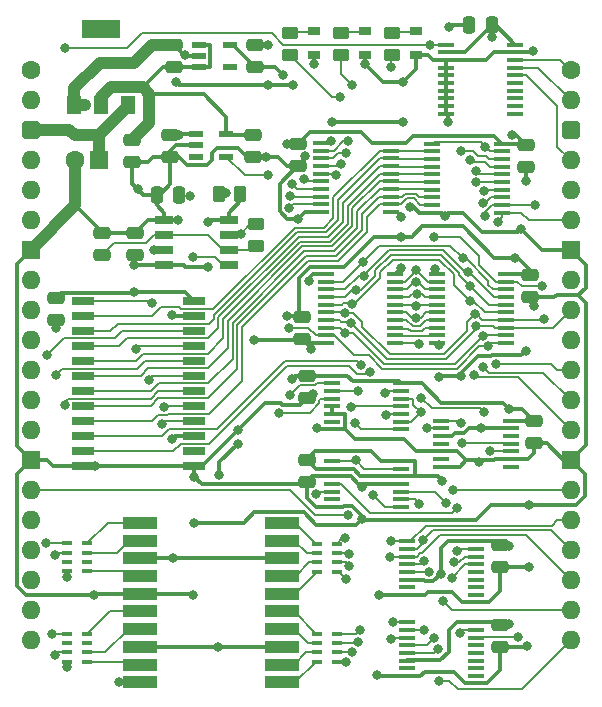
<source format=gtl>
%TF.GenerationSoftware,KiCad,Pcbnew,8.0.4*%
%TF.CreationDate,2024-08-23T13:50:59+02:00*%
%TF.ProjectId,Hex LCD Device,48657820-4c43-4442-9044-65766963652e,V1*%
%TF.SameCoordinates,PX54c81a0PY37b6b20*%
%TF.FileFunction,Copper,L1,Top*%
%TF.FilePolarity,Positive*%
%FSLAX46Y46*%
G04 Gerber Fmt 4.6, Leading zero omitted, Abs format (unit mm)*
G04 Created by KiCad (PCBNEW 8.0.4) date 2024-08-23 13:50:59*
%MOMM*%
%LPD*%
G01*
G04 APERTURE LIST*
G04 Aperture macros list*
%AMRoundRect*
0 Rectangle with rounded corners*
0 $1 Rounding radius*
0 $2 $3 $4 $5 $6 $7 $8 $9 X,Y pos of 4 corners*
0 Add a 4 corners polygon primitive as box body*
4,1,4,$2,$3,$4,$5,$6,$7,$8,$9,$2,$3,0*
0 Add four circle primitives for the rounded corners*
1,1,$1+$1,$2,$3*
1,1,$1+$1,$4,$5*
1,1,$1+$1,$6,$7*
1,1,$1+$1,$8,$9*
0 Add four rect primitives between the rounded corners*
20,1,$1+$1,$2,$3,$4,$5,0*
20,1,$1+$1,$4,$5,$6,$7,0*
20,1,$1+$1,$6,$7,$8,$9,0*
20,1,$1+$1,$8,$9,$2,$3,0*%
G04 Aperture macros list end*
%TA.AperFunction,SMDPad,CuDef*%
%ADD10R,3.000000X1.000000*%
%TD*%
%TA.AperFunction,SMDPad,CuDef*%
%ADD11RoundRect,0.250000X-0.475000X0.250000X-0.475000X-0.250000X0.475000X-0.250000X0.475000X0.250000X0*%
%TD*%
%TA.AperFunction,SMDPad,CuDef*%
%ADD12RoundRect,0.250000X0.250000X0.475000X-0.250000X0.475000X-0.250000X-0.475000X0.250000X-0.475000X0*%
%TD*%
%TA.AperFunction,SMDPad,CuDef*%
%ADD13R,1.450000X0.450000*%
%TD*%
%TA.AperFunction,SMDPad,CuDef*%
%ADD14RoundRect,0.250000X0.450000X-0.262500X0.450000X0.262500X-0.450000X0.262500X-0.450000X-0.262500X0*%
%TD*%
%TA.AperFunction,SMDPad,CuDef*%
%ADD15R,1.475000X0.450000*%
%TD*%
%TA.AperFunction,SMDPad,CuDef*%
%ADD16RoundRect,0.250000X0.475000X-0.250000X0.475000X0.250000X-0.475000X0.250000X-0.475000X-0.250000X0*%
%TD*%
%TA.AperFunction,ComponentPad*%
%ADD17C,1.600000*%
%TD*%
%TA.AperFunction,ComponentPad*%
%ADD18O,1.600000X1.600000*%
%TD*%
%TA.AperFunction,ComponentPad*%
%ADD19RoundRect,0.400000X-0.400000X-0.400000X0.400000X-0.400000X0.400000X0.400000X-0.400000X0.400000X0*%
%TD*%
%TA.AperFunction,ComponentPad*%
%ADD20R,1.600000X1.600000*%
%TD*%
%TA.AperFunction,SMDPad,CuDef*%
%ADD21R,1.200000X1.500000*%
%TD*%
%TA.AperFunction,SMDPad,CuDef*%
%ADD22R,3.300000X1.500000*%
%TD*%
%TA.AperFunction,SMDPad,CuDef*%
%ADD23R,0.900000X0.450000*%
%TD*%
%TA.AperFunction,SMDPad,CuDef*%
%ADD24R,1.000000X0.800000*%
%TD*%
%TA.AperFunction,SMDPad,CuDef*%
%ADD25R,1.550000X0.650000*%
%TD*%
%TA.AperFunction,SMDPad,CuDef*%
%ADD26R,1.150000X0.600000*%
%TD*%
%TA.AperFunction,SMDPad,CuDef*%
%ADD27R,1.925000X0.650000*%
%TD*%
%TA.AperFunction,SMDPad,CuDef*%
%ADD28RoundRect,0.250000X-0.262500X-0.450000X0.262500X-0.450000X0.262500X0.450000X-0.262500X0.450000X0*%
%TD*%
%TA.AperFunction,ViaPad*%
%ADD29C,0.800000*%
%TD*%
%TA.AperFunction,Conductor*%
%ADD30C,0.380000*%
%TD*%
%TA.AperFunction,Conductor*%
%ADD31C,0.200000*%
%TD*%
%TA.AperFunction,Conductor*%
%ADD32C,1.000000*%
%TD*%
G04 APERTURE END LIST*
D10*
%TO.P,DS2,1,E-Seg_{(Left)}*%
%TO.N,Net-(DS2-E-Seg_{(Left)})*%
X9299900Y-38335000D03*
%TO.P,DS2,2,D-Seg_{(Left)}*%
%TO.N,Net-(DS2-D-Seg_{(Left)})*%
X9299900Y-39835000D03*
%TO.P,DS2,3,Cathode_{(Left)}*%
%TO.N,/Digit L0 Cathode*%
X9299900Y-41335000D03*
%TO.P,DS2,4,C-Seg_{(Left)}*%
%TO.N,Net-(DS2-C-Seg_{(Left)})*%
X9299900Y-42835000D03*
%TO.P,DS2,5,Dot_{(Left)}*%
%TO.N,GND*%
X9299900Y-44335000D03*
%TO.P,DS2,6,E-Seg_{(Right)}*%
%TO.N,Net-(DS2-E-Seg_{(Right)})*%
X9299900Y-45835000D03*
%TO.P,DS2,7,D-Seg_{(Right)}*%
%TO.N,Net-(DS2-D-Seg_{(Right)})*%
X9299900Y-47335000D03*
%TO.P,DS2,8,Cathode_{(Right)}*%
%TO.N,/Digit R0 Cathode*%
X9299900Y-48835000D03*
%TO.P,DS2,9,C-Seg_{(Right)}*%
%TO.N,Net-(DS2-C-Seg_{(Right)})*%
X9299900Y-50335000D03*
%TO.P,DS2,10,Dot_{(Right)}*%
%TO.N,GND*%
X9299900Y-51835000D03*
%TO.P,DS2,11,B-Seg_{(Right)}*%
%TO.N,Net-(DS2-B-Seg_{(Right)})*%
X21299900Y-51835000D03*
%TO.P,DS2,12,A-Seg_{(Right)}*%
%TO.N,Net-(DS2-A-Seg_{(Right)})*%
X21299900Y-50335000D03*
%TO.P,DS2,13,Cathode_{(Right)}*%
%TO.N,/Digit R0 Cathode*%
X21299900Y-48835000D03*
%TO.P,DS2,14,F-Seg_{(Right)}*%
%TO.N,Net-(DS2-F-Seg_{(Right)})*%
X21299900Y-47335000D03*
%TO.P,DS2,15,G-Seg_{(Right)}*%
%TO.N,Net-(DS2-G-Seg_{(Right)})*%
X21299900Y-45835000D03*
%TO.P,DS2,16,B-Seg_{(Left)}*%
%TO.N,Net-(DS2-B-Seg_{(Left)})*%
X21299900Y-44335000D03*
%TO.P,DS2,17,A-Seg_{(Left)}*%
%TO.N,Net-(DS2-A-Seg_{(Left)})*%
X21299900Y-42835000D03*
%TO.P,DS2,18,Cathode_{(Left)}*%
%TO.N,/Digit L0 Cathode*%
X21299900Y-41335000D03*
%TO.P,DS2,19,F-Seg_{(Left)}*%
%TO.N,Net-(DS2-F-Seg_{(Left)})*%
X21299900Y-39835000D03*
%TO.P,DS2,20,G-Seg_{(Left)}*%
%TO.N,Net-(DS2-G-Seg_{(Left)})*%
X21299900Y-38335000D03*
%TD*%
D11*
%TO.P,C18,1*%
%TO.N,/3.3V*%
X42647000Y-29717000D03*
%TO.P,C18,2*%
%TO.N,GND*%
X42647000Y-31617000D03*
%TD*%
D12*
%TO.P,C3,1*%
%TO.N,Net-(IC8-CONT)*%
X12560000Y-10541000D03*
%TO.P,C3,2*%
%TO.N,GND*%
X10660000Y-10541000D03*
%TD*%
D13*
%TO.P,IC15,1,A0*%
%TO.N,A0*%
X31873000Y-46747000D03*
%TO.P,IC15,2,A1*%
%TO.N,A1*%
X31873000Y-47397000D03*
%TO.P,IC15,3,A2*%
%TO.N,A2*%
X31873000Y-48047000D03*
%TO.P,IC15,4,~{E1}*%
%TO.N,~{Select}*%
X31873000Y-48697000D03*
%TO.P,IC15,5,~{E2}*%
%TO.N,~{RD}*%
X31873000Y-49347000D03*
%TO.P,IC15,6,E3*%
%TO.N,/3.3V*%
X31873000Y-49997000D03*
%TO.P,IC15,7,~{Y7}*%
%TO.N,unconnected-(IC15-~{Y7}-Pad7)*%
X31873000Y-50647000D03*
%TO.P,IC15,8,GND*%
%TO.N,GND*%
X31873000Y-51297000D03*
%TO.P,IC15,9,~{Y6}*%
%TO.N,unconnected-(IC15-~{Y6}-Pad9)*%
X37723000Y-51297000D03*
%TO.P,IC15,10,~{Y5}*%
%TO.N,unconnected-(IC15-~{Y5}-Pad10)*%
X37723000Y-50647000D03*
%TO.P,IC15,11,~{Y4}*%
%TO.N,unconnected-(IC15-~{Y4}-Pad11)*%
X37723000Y-49997000D03*
%TO.P,IC15,12,~{Y3}*%
%TO.N,unconnected-(IC15-~{Y3}-Pad12)*%
X37723000Y-49347000D03*
%TO.P,IC15,13,~{Y2}*%
%TO.N,unconnected-(IC15-~{Y2}-Pad13)*%
X37723000Y-48697000D03*
%TO.P,IC15,14,~{Y1}*%
%TO.N,/~{RY_{1}}*%
X37723000Y-48047000D03*
%TO.P,IC15,15,~{Y0}*%
%TO.N,/~{RY_{0}}*%
X37723000Y-47397000D03*
%TO.P,IC15,16,3V*%
%TO.N,/3.3V*%
X37723000Y-46747000D03*
%TD*%
D14*
%TO.P,R2,1*%
%TO.N,Net-(IC8-THRES)*%
X19109000Y-14882500D03*
%TO.P,R2,2*%
%TO.N,Net-(IC8-DISCH)*%
X19109000Y-13057500D03*
%TD*%
%TO.P,R5,1*%
%TO.N,/Green LED*%
X21971000Y1270000D03*
%TO.P,R5,2*%
%TO.N,Net-(LED2-Pad2)*%
X21971000Y3095000D03*
%TD*%
D15*
%TO.P,IC13,1,~{OE1}*%
%TO.N,/~{RY_{0}}*%
X34019000Y-6219000D03*
%TO.P,IC13,2,A0*%
%TO.N,/Digit R bit_0*%
X34019000Y-6869000D03*
%TO.P,IC13,3,A1*%
%TO.N,/Digit R bit_1*%
X34019000Y-7519000D03*
%TO.P,IC13,4,A2*%
%TO.N,/Digit R bit_2*%
X34019000Y-8169000D03*
%TO.P,IC13,5,A3*%
%TO.N,/Digit R bit_3*%
X34019000Y-8819000D03*
%TO.P,IC13,6,A4*%
%TO.N,/Digit L bit_0*%
X34019000Y-9469000D03*
%TO.P,IC13,7,A5*%
%TO.N,/Digit L bit_1*%
X34019000Y-10119000D03*
%TO.P,IC13,8,A6*%
%TO.N,/Digit L bit_2*%
X34019000Y-10769000D03*
%TO.P,IC13,9,A7*%
%TO.N,/Digit L bit_3*%
X34019000Y-11419000D03*
%TO.P,IC13,10,GND*%
%TO.N,GND*%
X34019000Y-12069000D03*
%TO.P,IC13,11,Y7*%
%TO.N,D0*%
X39895000Y-12069000D03*
%TO.P,IC13,12,Y6*%
%TO.N,D1*%
X39895000Y-11419000D03*
%TO.P,IC13,13,Y5*%
%TO.N,D2*%
X39895000Y-10769000D03*
%TO.P,IC13,14,Y4*%
%TO.N,D3*%
X39895000Y-10119000D03*
%TO.P,IC13,15,Y3*%
%TO.N,D4*%
X39895000Y-9469000D03*
%TO.P,IC13,16,Y2*%
%TO.N,D5*%
X39895000Y-8819000D03*
%TO.P,IC13,17,Y1*%
%TO.N,D6*%
X39895000Y-8169000D03*
%TO.P,IC13,18,Y0*%
%TO.N,D7*%
X39895000Y-7519000D03*
%TO.P,IC13,19,~{OE2}*%
%TO.N,/~{RY_{0}}*%
X39895000Y-6869000D03*
%TO.P,IC13,20,3V*%
%TO.N,/3.3V*%
X39895000Y-6219000D03*
%TD*%
D16*
%TO.P,C14,1*%
%TO.N,GND*%
X8622000Y-7792000D03*
%TO.P,C14,2*%
%TO.N,/5V*%
X8622000Y-5892000D03*
%TD*%
%TO.P,C8,1*%
%TO.N,/5V*%
X12133000Y247000D03*
%TO.P,C8,2*%
%TO.N,GND*%
X12133000Y2147000D03*
%TD*%
%TO.P,C4,1*%
%TO.N,/5V Switched*%
X8832000Y-15666000D03*
%TO.P,C4,2*%
%TO.N,GND*%
X8832000Y-13766000D03*
%TD*%
D11*
%TO.P,C1,1*%
%TO.N,/5V Switched*%
X2185000Y-19259000D03*
%TO.P,C1,2*%
%TO.N,GND*%
X2185000Y-21159000D03*
%TD*%
D15*
%TO.P,IC4,1,~{OE}*%
%TO.N,GND*%
X24985000Y-17264000D03*
%TO.P,IC4,2,D0*%
%TO.N,D7*%
X24985000Y-17914000D03*
%TO.P,IC4,3,D1*%
%TO.N,D6*%
X24985000Y-18564000D03*
%TO.P,IC4,4,D2*%
%TO.N,D5*%
X24985000Y-19214000D03*
%TO.P,IC4,5,D3*%
%TO.N,D4*%
X24985000Y-19864000D03*
%TO.P,IC4,6,D4*%
%TO.N,D3*%
X24985000Y-20514000D03*
%TO.P,IC4,7,D5*%
%TO.N,D2*%
X24985000Y-21164000D03*
%TO.P,IC4,8,D6*%
%TO.N,D1*%
X24985000Y-21814000D03*
%TO.P,IC4,9,D7*%
%TO.N,D0*%
X24985000Y-22464000D03*
%TO.P,IC4,10,GND*%
%TO.N,GND*%
X24985000Y-23114000D03*
%TO.P,IC4,11,LE*%
%TO.N,/WY_{1}*%
X30861000Y-23114000D03*
%TO.P,IC4,12,Q7*%
%TO.N,Net-(IC14-A7)*%
X30861000Y-22464000D03*
%TO.P,IC4,13,Q6*%
%TO.N,Net-(IC14-A6)*%
X30861000Y-21814000D03*
%TO.P,IC4,14,Q5*%
%TO.N,Net-(IC14-A5)*%
X30861000Y-21164000D03*
%TO.P,IC4,15,Q4*%
%TO.N,/Green LED Enable*%
X30861000Y-20514000D03*
%TO.P,IC4,16,Q3*%
%TO.N,/Red LED Enable*%
X30861000Y-19864000D03*
%TO.P,IC4,17,Q2*%
%TO.N,/~{Digit L Enable}*%
X30861000Y-19214000D03*
%TO.P,IC4,18,Q1*%
%TO.N,/~{Digit R Enable}*%
X30861000Y-18564000D03*
%TO.P,IC4,19,Q0*%
%TO.N,/LCD Enable*%
X30861000Y-17914000D03*
%TO.P,IC4,20,3V*%
%TO.N,/3.3V*%
X30861000Y-17264000D03*
%TD*%
D17*
%TO.P,J1,1,Pin_1*%
%TO.N,unconnected-(J1-Pin_1-Pad1)*%
X0Y0D03*
D18*
%TO.P,J1,2,Pin_2*%
%TO.N,unconnected-(J1-Pin_2-Pad2)*%
X0Y-2540000D03*
D19*
%TO.P,J1,3,Pin_3*%
%TO.N,12V*%
X0Y-5080000D03*
D18*
%TO.P,J1,4,Pin_4*%
%TO.N,~{Select}*%
X0Y-7620000D03*
%TO.P,J1,5,Pin_5*%
%TO.N,unconnected-(J1-Pin_5-Pad5)*%
X0Y-10160000D03*
%TO.P,J1,6,Pin_6*%
%TO.N,unconnected-(J1-Pin_6-Pad6)*%
X0Y-12700000D03*
D20*
%TO.P,J1,7,Pin_7*%
%TO.N,GND*%
X0Y-15240000D03*
D18*
%TO.P,J1,8,Pin_8*%
%TO.N,unconnected-(J1-Pin_8-Pad8)*%
X0Y-17780000D03*
%TO.P,J1,9,Pin_9*%
%TO.N,unconnected-(J1-Pin_9-Pad9)*%
X0Y-20320000D03*
%TO.P,J1,10,Pin_10*%
%TO.N,unconnected-(J1-Pin_10-Pad10)*%
X0Y-22860000D03*
%TO.P,J1,11,Pin_11*%
%TO.N,unconnected-(J1-Pin_11-Pad11)*%
X0Y-25400000D03*
%TO.P,J1,12,Pin_12*%
%TO.N,unconnected-(J1-Pin_12-Pad12)*%
X0Y-27940000D03*
%TO.P,J1,13,Pin_13*%
%TO.N,unconnected-(J1-Pin_13-Pad13)*%
X0Y-30480000D03*
D20*
%TO.P,J1,14,Pin_14*%
%TO.N,GND*%
X0Y-33020000D03*
D18*
%TO.P,J1,15,Pin_15*%
%TO.N,~{Reset}*%
X0Y-35560000D03*
%TO.P,J1,16,Pin_16*%
%TO.N,unconnected-(J1-Pin_16-Pad16)*%
X0Y-38100000D03*
%TO.P,J1,17,Pin_17*%
%TO.N,unconnected-(J1-Pin_17-Pad17)*%
X0Y-40640000D03*
%TO.P,J1,18,Pin_18*%
%TO.N,unconnected-(J1-Pin_18-Pad18)*%
X0Y-43180000D03*
%TO.P,J1,19,Pin_19*%
%TO.N,unconnected-(J1-Pin_19-Pad19)*%
X0Y-45720000D03*
%TO.P,J1,20,Pin_20*%
%TO.N,unconnected-(J1-Pin_20-Pad20)*%
X0Y-48260000D03*
%TD*%
D11*
%TO.P,C7,1*%
%TO.N,/3.3V*%
X42291000Y-17354000D03*
%TO.P,C7,2*%
%TO.N,GND*%
X42291000Y-19254000D03*
%TD*%
D21*
%TO.P,IC10,1,GND*%
%TO.N,GND*%
X3655000Y-2921000D03*
%TO.P,IC10,2,5.0VOut*%
%TO.N,/5V*%
X5955000Y-2921000D03*
%TO.P,IC10,3,15VIn*%
%TO.N,12V*%
X8255000Y-2921000D03*
D22*
%TO.P,IC10,4,N.C*%
%TO.N,unconnected-(IC10-N.C-Pad4)*%
X5955000Y3479000D03*
%TD*%
D23*
%TO.P,RN4,1,R1*%
%TO.N,/Digit 0 B Seg*%
X25928900Y-50114200D03*
%TO.P,RN4,2,R2*%
%TO.N,/Digit 0 A Seg*%
X25928900Y-49314200D03*
%TO.P,RN4,3,R3*%
%TO.N,/Digit 0 F Seg*%
X25928900Y-48514200D03*
%TO.P,RN4,4,R4*%
%TO.N,/Digit 0 G Seg*%
X25928900Y-47714200D03*
%TO.P,RN4,5,R4*%
%TO.N,Net-(DS2-G-Seg_{(Right)})*%
X24228900Y-47714200D03*
%TO.P,RN4,6,R3*%
%TO.N,Net-(DS2-F-Seg_{(Right)})*%
X24228900Y-48514200D03*
%TO.P,RN4,7,R2*%
%TO.N,Net-(DS2-A-Seg_{(Right)})*%
X24228900Y-49314200D03*
%TO.P,RN4,8,R1*%
%TO.N,Net-(DS2-B-Seg_{(Right)})*%
X24228900Y-50114200D03*
%TD*%
D16*
%TO.P,C2,1*%
%TO.N,Net-(IC8-THRES)*%
X6038000Y-15666000D03*
%TO.P,C2,2*%
%TO.N,GND*%
X6038000Y-13766000D03*
%TD*%
D23*
%TO.P,RN3,1,R1*%
%TO.N,Net-(DS2-C-Seg_{(Right)})*%
X4807900Y-50114200D03*
%TO.P,RN3,2,R2*%
%TO.N,Net-(DS2-D-Seg_{(Right)})*%
X4807900Y-49314200D03*
%TO.P,RN3,3,R3*%
%TO.N,unconnected-(RN3-R3-Pad3)*%
X4807900Y-48514200D03*
%TO.P,RN3,4,R4*%
%TO.N,Net-(DS2-E-Seg_{(Right)})*%
X4807900Y-47714200D03*
%TO.P,RN3,5,R4*%
%TO.N,/Digit 0 E Seg*%
X3107900Y-47714200D03*
%TO.P,RN3,6,R3*%
%TO.N,unconnected-(RN3-R3-Pad6)*%
X3107900Y-48514200D03*
%TO.P,RN3,7,R2*%
%TO.N,/Digit 0 D Seg*%
X3107900Y-49314200D03*
%TO.P,RN3,8,R1*%
%TO.N,/Digit 0 C Seg*%
X3107900Y-50114200D03*
%TD*%
D15*
%TO.P,IC14,1,~{OE1}*%
%TO.N,/~{RY_{1}}*%
X34400000Y-17268000D03*
%TO.P,IC14,2,A0*%
%TO.N,/LCD Enable*%
X34400000Y-17918000D03*
%TO.P,IC14,3,A1*%
%TO.N,/~{Digit R Enable}*%
X34400000Y-18568000D03*
%TO.P,IC14,4,A2*%
%TO.N,/~{Digit L Enable}*%
X34400000Y-19218000D03*
%TO.P,IC14,5,A3*%
%TO.N,/Red LED Enable*%
X34400000Y-19868000D03*
%TO.P,IC14,6,A4*%
%TO.N,/Green LED Enable*%
X34400000Y-20518000D03*
%TO.P,IC14,7,A5*%
%TO.N,Net-(IC14-A5)*%
X34400000Y-21168000D03*
%TO.P,IC14,8,A6*%
%TO.N,Net-(IC14-A6)*%
X34400000Y-21818000D03*
%TO.P,IC14,9,A7*%
%TO.N,Net-(IC14-A7)*%
X34400000Y-22468000D03*
%TO.P,IC14,10,GND*%
%TO.N,GND*%
X34400000Y-23118000D03*
%TO.P,IC14,11,Y7*%
%TO.N,D0*%
X40276000Y-23118000D03*
%TO.P,IC14,12,Y6*%
%TO.N,D1*%
X40276000Y-22468000D03*
%TO.P,IC14,13,Y5*%
%TO.N,D2*%
X40276000Y-21818000D03*
%TO.P,IC14,14,Y4*%
%TO.N,D3*%
X40276000Y-21168000D03*
%TO.P,IC14,15,Y3*%
%TO.N,D4*%
X40276000Y-20518000D03*
%TO.P,IC14,16,Y2*%
%TO.N,D5*%
X40276000Y-19868000D03*
%TO.P,IC14,17,Y1*%
%TO.N,D6*%
X40276000Y-19218000D03*
%TO.P,IC14,18,Y0*%
%TO.N,D7*%
X40276000Y-18568000D03*
%TO.P,IC14,19,~{OE2}*%
%TO.N,/~{RY_{1}}*%
X40276000Y-17918000D03*
%TO.P,IC14,20,3V*%
%TO.N,/3.3V*%
X40276000Y-17268000D03*
%TD*%
D24*
%TO.P,LED1,1*%
%TO.N,GND*%
X32639000Y1285200D03*
%TO.P,LED1,2*%
%TO.N,Net-(LED1-Pad2)*%
X32639000Y3285200D03*
%TD*%
D16*
%TO.P,C11,1*%
%TO.N,GND*%
X18796000Y-7366000D03*
%TO.P,C11,2*%
%TO.N,/5V*%
X18796000Y-5466000D03*
%TD*%
D11*
%TO.P,C10,1*%
%TO.N,/3.3V*%
X22606000Y-6228000D03*
%TO.P,C10,2*%
%TO.N,GND*%
X22606000Y-8128000D03*
%TD*%
D15*
%TO.P,IC12,1,1A*%
%TO.N,/Reset LCD Enable*%
X25493000Y-26513000D03*
%TO.P,IC12,2,1B*%
%TO.N,/LCD Enable*%
X25493000Y-27163000D03*
%TO.P,IC12,3,1Y*%
%TO.N,/Switch*%
X25493000Y-27813000D03*
%TO.P,IC12,4,2A*%
%TO.N,GND*%
X25493000Y-28463000D03*
%TO.P,IC12,5,2B*%
X25493000Y-29113000D03*
%TO.P,IC12,6,2Y*%
%TO.N,unconnected-(IC12-2Y-Pad6)*%
X25493000Y-29763000D03*
%TO.P,IC12,7,GND*%
%TO.N,GND*%
X25493000Y-30413000D03*
%TO.P,IC12,8,3Y*%
%TO.N,/Green LED*%
X31369000Y-30413000D03*
%TO.P,IC12,9,3A*%
%TO.N,/Reset LED Enable*%
X31369000Y-29763000D03*
%TO.P,IC12,10,3B*%
%TO.N,/Green LED Enable*%
X31369000Y-29113000D03*
%TO.P,IC12,11,4Y*%
%TO.N,/Red LED*%
X31369000Y-28463000D03*
%TO.P,IC12,12,4A*%
%TO.N,/Reset LED Enable*%
X31369000Y-27813000D03*
%TO.P,IC12,13,4B*%
%TO.N,/Red LED Enable*%
X31369000Y-27163000D03*
%TO.P,IC12,14,3V*%
%TO.N,/3.3V*%
X31369000Y-26513000D03*
%TD*%
D14*
%TO.P,R4,1*%
%TO.N,/Reset LED*%
X30597000Y1293500D03*
%TO.P,R4,2*%
%TO.N,Net-(LED1-Pad2)*%
X30597000Y3118500D03*
%TD*%
D11*
%TO.P,C20,1*%
%TO.N,/3.3V*%
X23368000Y-25863000D03*
%TO.P,C20,2*%
%TO.N,GND*%
X23368000Y-27763000D03*
%TD*%
D12*
%TO.P,C5,1*%
%TO.N,/3.3V*%
X39034000Y3810000D03*
%TO.P,C5,2*%
%TO.N,GND*%
X37134000Y3810000D03*
%TD*%
D25*
%TO.P,IC8,1,GND*%
%TO.N,GND*%
X11314000Y-12700000D03*
%TO.P,IC8,2,TRIG*%
%TO.N,Net-(IC8-THRES)*%
X11314000Y-13970000D03*
%TO.P,IC8,3,OUT*%
%TO.N,/300Hz*%
X11314000Y-15240000D03*
%TO.P,IC8,4,RESET*%
%TO.N,/5V Switched*%
X11314000Y-16510000D03*
%TO.P,IC8,5,CONT*%
%TO.N,Net-(IC8-CONT)*%
X16764000Y-16510000D03*
%TO.P,IC8,6,THRES*%
%TO.N,Net-(IC8-THRES)*%
X16764000Y-15240000D03*
%TO.P,IC8,7,DISCH*%
%TO.N,Net-(IC8-DISCH)*%
X16764000Y-13970000D03*
%TO.P,IC8,8,VCC*%
%TO.N,/5V Switched*%
X16764000Y-12700000D03*
%TD*%
D15*
%TO.P,IC2,1,~{OE}*%
%TO.N,GND*%
X24604000Y-6168000D03*
%TO.P,IC2,2,D0*%
%TO.N,D7*%
X24604000Y-6818000D03*
%TO.P,IC2,3,D1*%
%TO.N,D6*%
X24604000Y-7468000D03*
%TO.P,IC2,4,D2*%
%TO.N,D5*%
X24604000Y-8118000D03*
%TO.P,IC2,5,D3*%
%TO.N,D4*%
X24604000Y-8768000D03*
%TO.P,IC2,6,D4*%
%TO.N,D3*%
X24604000Y-9418000D03*
%TO.P,IC2,7,D5*%
%TO.N,D2*%
X24604000Y-10068000D03*
%TO.P,IC2,8,D6*%
%TO.N,D1*%
X24604000Y-10718000D03*
%TO.P,IC2,9,D7*%
%TO.N,D0*%
X24604000Y-11368000D03*
%TO.P,IC2,10,GND*%
%TO.N,GND*%
X24604000Y-12018000D03*
%TO.P,IC2,11,LE*%
%TO.N,/WY_{0}*%
X30480000Y-12018000D03*
%TO.P,IC2,12,Q7*%
%TO.N,/Digit L bit_3*%
X30480000Y-11368000D03*
%TO.P,IC2,13,Q6*%
%TO.N,/Digit L bit_2*%
X30480000Y-10718000D03*
%TO.P,IC2,14,Q5*%
%TO.N,/Digit L bit_1*%
X30480000Y-10068000D03*
%TO.P,IC2,15,Q4*%
%TO.N,/Digit L bit_0*%
X30480000Y-9418000D03*
%TO.P,IC2,16,Q3*%
%TO.N,/Digit R bit_3*%
X30480000Y-8768000D03*
%TO.P,IC2,17,Q2*%
%TO.N,/Digit R bit_2*%
X30480000Y-8118000D03*
%TO.P,IC2,18,Q1*%
%TO.N,/Digit R bit_1*%
X30480000Y-7468000D03*
%TO.P,IC2,19,Q0*%
%TO.N,/Digit R bit_0*%
X30480000Y-6818000D03*
%TO.P,IC2,20,3V*%
%TO.N,/3.3V*%
X30480000Y-6168000D03*
%TD*%
D13*
%TO.P,IC3,1,A0*%
%TO.N,A0*%
X31873000Y-39889000D03*
%TO.P,IC3,2,A1*%
%TO.N,A1*%
X31873000Y-40539000D03*
%TO.P,IC3,3,A2*%
%TO.N,A2*%
X31873000Y-41189000D03*
%TO.P,IC3,4,~{E1}*%
%TO.N,~{Select}*%
X31873000Y-41839000D03*
%TO.P,IC3,5,~{E2}*%
%TO.N,~{WD}*%
X31873000Y-42489000D03*
%TO.P,IC3,6,E3*%
%TO.N,/3.3V*%
X31873000Y-43139000D03*
%TO.P,IC3,7,~{Y7}*%
%TO.N,unconnected-(IC3-~{Y7}-Pad7)*%
X31873000Y-43789000D03*
%TO.P,IC3,8,GND*%
%TO.N,GND*%
X31873000Y-44439000D03*
%TO.P,IC3,9,~{Y6}*%
%TO.N,unconnected-(IC3-~{Y6}-Pad9)*%
X37723000Y-44439000D03*
%TO.P,IC3,10,~{Y5}*%
%TO.N,unconnected-(IC3-~{Y5}-Pad10)*%
X37723000Y-43789000D03*
%TO.P,IC3,11,~{Y4}*%
%TO.N,unconnected-(IC3-~{Y4}-Pad11)*%
X37723000Y-43139000D03*
%TO.P,IC3,12,~{Y3}*%
%TO.N,unconnected-(IC3-~{Y3}-Pad12)*%
X37723000Y-42489000D03*
%TO.P,IC3,13,~{Y2}*%
%TO.N,/~{WY_{2}}*%
X37723000Y-41839000D03*
%TO.P,IC3,14,~{Y1}*%
%TO.N,/~{WY_{1}}*%
X37723000Y-41189000D03*
%TO.P,IC3,15,~{Y0}*%
%TO.N,/~{WY_{0}}*%
X37723000Y-40539000D03*
%TO.P,IC3,16,3V*%
%TO.N,/3.3V*%
X37723000Y-39889000D03*
%TD*%
D24*
%TO.P,LED2,1*%
%TO.N,GND*%
X24003000Y1286000D03*
%TO.P,LED2,2*%
%TO.N,Net-(LED2-Pad2)*%
X24003000Y3286000D03*
%TD*%
D23*
%TO.P,RN1,1,R1*%
%TO.N,/Digit 0 E Seg*%
X3107900Y-40055800D03*
%TO.P,RN1,2,R2*%
%TO.N,/Digit 0 D Seg*%
X3107900Y-40855800D03*
%TO.P,RN1,3,R3*%
%TO.N,unconnected-(RN1-R3-Pad3)*%
X3107900Y-41655800D03*
%TO.P,RN1,4,R4*%
%TO.N,/Digit 0 C Seg*%
X3107900Y-42455800D03*
%TO.P,RN1,5,R4*%
%TO.N,Net-(DS2-C-Seg_{(Left)})*%
X4807900Y-42455800D03*
%TO.P,RN1,6,R3*%
%TO.N,unconnected-(RN1-R3-Pad6)*%
X4807900Y-41655800D03*
%TO.P,RN1,7,R2*%
%TO.N,Net-(DS2-D-Seg_{(Left)})*%
X4807900Y-40855800D03*
%TO.P,RN1,8,R1*%
%TO.N,Net-(DS2-E-Seg_{(Left)})*%
X4807900Y-40055800D03*
%TD*%
D15*
%TO.P,IC11,1,~{1RD}*%
%TO.N,~{Reset}*%
X25510000Y-33102000D03*
%TO.P,IC11,2,1D*%
%TO.N,/3.3V*%
X25510000Y-33752000D03*
%TO.P,IC11,3,1CP*%
%TO.N,GND*%
X25510000Y-34402000D03*
%TO.P,IC11,4,~{1SD}*%
%TO.N,/~{WY_{1}}*%
X25510000Y-35052000D03*
%TO.P,IC11,5,1Q*%
%TO.N,/Reset LCD Enable*%
X25510000Y-35702000D03*
%TO.P,IC11,6,~{1Q}*%
%TO.N,unconnected-(IC11-~{1Q}-Pad6)*%
X25510000Y-36352000D03*
%TO.P,IC11,7,GND*%
%TO.N,GND*%
X25510000Y-37002000D03*
%TO.P,IC11,8,~{2Q}*%
%TO.N,/Reset LED*%
X31386000Y-37002000D03*
%TO.P,IC11,9,2Q*%
%TO.N,/Reset LED Enable*%
X31386000Y-36352000D03*
%TO.P,IC11,10,~{2SD}*%
%TO.N,/~{WY_{2}}*%
X31386000Y-35702000D03*
%TO.P,IC11,11,2CP*%
%TO.N,GND*%
X31386000Y-35052000D03*
%TO.P,IC11,12,2D*%
%TO.N,/3.3V*%
X31386000Y-34402000D03*
%TO.P,IC11,13,~{2RD}*%
%TO.N,~{Reset}*%
X31386000Y-33752000D03*
%TO.P,IC11,14,3V*%
%TO.N,/3.3V*%
X31386000Y-33102000D03*
%TD*%
D26*
%TO.P,IC9,1,VOUT*%
%TO.N,/5V Switched*%
X13978000Y-5428000D03*
%TO.P,IC9,2,GND*%
%TO.N,GND*%
X13978000Y-6378000D03*
%TO.P,IC9,3,FLG*%
%TO.N,unconnected-(IC9-FLG-Pad3)*%
X13978000Y-7328000D03*
%TO.P,IC9,4,EN*%
%TO.N,/Switch*%
X16578000Y-7328000D03*
%TO.P,IC9,5,VIN*%
%TO.N,/5V*%
X16578000Y-5428000D03*
%TD*%
D27*
%TO.P,IC6,1,CLK/IN*%
%TO.N,/300Hz*%
X4445000Y-19558000D03*
%TO.P,IC6,2,IN0*%
%TO.N,/Digit R bit_0*%
X4445000Y-20828000D03*
%TO.P,IC6,3,IN1*%
%TO.N,/Digit R bit_1*%
X4445000Y-22098000D03*
%TO.P,IC6,4,IN2/PD*%
%TO.N,/Digit R bit_2*%
X4445000Y-23368000D03*
%TO.P,IC6,5,IN3*%
%TO.N,/Digit R bit_3*%
X4445000Y-24638000D03*
%TO.P,IC6,6,IN4*%
%TO.N,/Digit L bit_0*%
X4445000Y-25908000D03*
%TO.P,IC6,7,IN5*%
%TO.N,/Digit L bit_1*%
X4445000Y-27178000D03*
%TO.P,IC6,8,IN6*%
%TO.N,/Digit L bit_2*%
X4445000Y-28448000D03*
%TO.P,IC6,9,IN7*%
%TO.N,/Digit L bit_3*%
X4445000Y-29718000D03*
%TO.P,IC6,10,IN8*%
%TO.N,/~{Digit R Enable}*%
X4445000Y-30988000D03*
%TO.P,IC6,11,IN9*%
%TO.N,/~{Digit L Enable}*%
X4445000Y-32258000D03*
%TO.P,IC6,12,GND*%
%TO.N,GND*%
X4445000Y-33528000D03*
%TO.P,IC6,13,IN10*%
X13869000Y-33528000D03*
%TO.P,IC6,14,I/O0*%
%TO.N,unconnected-(IC6-I{slash}O0-Pad14)*%
X13869000Y-32258000D03*
%TO.P,IC6,15,I/O1*%
%TO.N,/Digit L0 Cathode*%
X13869000Y-30988000D03*
%TO.P,IC6,16,I/O2*%
%TO.N,/Digit 0 B Seg*%
X13869000Y-29718000D03*
%TO.P,IC6,17,I/O3*%
%TO.N,/Digit 0 A Seg*%
X13869000Y-28448000D03*
%TO.P,IC6,18,I/O4*%
%TO.N,/Digit 0 C Seg*%
X13869000Y-27178000D03*
%TO.P,IC6,19,I/O5*%
%TO.N,/Digit 0 F Seg*%
X13869000Y-25908000D03*
%TO.P,IC6,20,I/O6*%
%TO.N,/Digit 0 D Seg*%
X13869000Y-24638000D03*
%TO.P,IC6,21,I/O7*%
%TO.N,/Digit 0 G Seg*%
X13869000Y-23368000D03*
%TO.P,IC6,22,I/O8*%
%TO.N,/Digit 0 E Seg*%
X13869000Y-22098000D03*
%TO.P,IC6,23,I/O9*%
%TO.N,/Digit R0 Cathode*%
X13869000Y-20828000D03*
%TO.P,IC6,24,5V*%
%TO.N,/5V Switched*%
X13869000Y-19558000D03*
%TD*%
D11*
%TO.P,C17,1*%
%TO.N,/3.3V*%
X39751000Y-40214000D03*
%TO.P,C17,2*%
%TO.N,GND*%
X39751000Y-42114000D03*
%TD*%
%TO.P,C19,1*%
%TO.N,/3.3V*%
X23368000Y-32975000D03*
%TO.P,C19,2*%
%TO.N,GND*%
X23368000Y-34875000D03*
%TD*%
D16*
%TO.P,C12,1*%
%TO.N,GND*%
X11811000Y-7366000D03*
%TO.P,C12,2*%
%TO.N,/5V Switched*%
X11811000Y-5466000D03*
%TD*%
D28*
%TO.P,R1,1*%
%TO.N,Net-(IC8-DISCH)*%
X15920500Y-10531000D03*
%TO.P,R1,2*%
%TO.N,/5V Switched*%
X17745500Y-10531000D03*
%TD*%
D15*
%TO.P,IC7,1,1A*%
%TO.N,/~{WY_{0}}*%
X34781000Y-29673000D03*
%TO.P,IC7,2,1Y*%
%TO.N,/WY_{0}*%
X34781000Y-30323000D03*
%TO.P,IC7,3,2A*%
%TO.N,GND*%
X34781000Y-30973000D03*
%TO.P,IC7,4,2Y*%
%TO.N,unconnected-(IC7-2Y-Pad4)*%
X34781000Y-31623000D03*
%TO.P,IC7,5,3A*%
%TO.N,GND*%
X34781000Y-32273000D03*
%TO.P,IC7,6,3Y*%
%TO.N,unconnected-(IC7-3Y-Pad6)*%
X34781000Y-32923000D03*
%TO.P,IC7,7,GND*%
%TO.N,GND*%
X34781000Y-33573000D03*
%TO.P,IC7,8,4Y*%
%TO.N,unconnected-(IC7-4Y-Pad8)*%
X40657000Y-33573000D03*
%TO.P,IC7,9,4A*%
%TO.N,GND*%
X40657000Y-32923000D03*
%TO.P,IC7,10,5Y*%
%TO.N,/WY_{1}*%
X40657000Y-32273000D03*
%TO.P,IC7,11,5A*%
%TO.N,/~{WY_{1}}*%
X40657000Y-31623000D03*
%TO.P,IC7,12,6Y*%
%TO.N,unconnected-(IC7-6Y-Pad12)*%
X40657000Y-30973000D03*
%TO.P,IC7,13,6A*%
%TO.N,GND*%
X40657000Y-30323000D03*
%TO.P,IC7,14,3V*%
%TO.N,/3.3V*%
X40657000Y-29673000D03*
%TD*%
D16*
%TO.P,C9,1*%
%TO.N,/3.3V*%
X18991000Y247000D03*
%TO.P,C9,2*%
%TO.N,GND*%
X18991000Y2147000D03*
%TD*%
D11*
%TO.P,C6,1*%
%TO.N,/3.3V*%
X41910000Y-6305000D03*
%TO.P,C6,2*%
%TO.N,GND*%
X41910000Y-8205000D03*
%TD*%
D15*
%TO.P,IC1,1,~{OE1}*%
%TO.N,~{Select}*%
X35162000Y2163000D03*
%TO.P,IC1,2,A0*%
%TO.N,/3.3V*%
X35162000Y1513000D03*
%TO.P,IC1,3,A1*%
%TO.N,GND*%
X35162000Y863000D03*
%TO.P,IC1,4,A2*%
X35162000Y213000D03*
%TO.P,IC1,5,A3*%
X35162000Y-437000D03*
%TO.P,IC1,6,A4*%
X35162000Y-1087000D03*
%TO.P,IC1,7,A5*%
X35162000Y-1737000D03*
%TO.P,IC1,8,A6*%
X35162000Y-2387000D03*
%TO.P,IC1,9,A7*%
X35162000Y-3037000D03*
%TO.P,IC1,10,GND*%
X35162000Y-3687000D03*
%TO.P,IC1,11,Y7*%
%TO.N,unconnected-(IC1-Y7-Pad11)*%
X41038000Y-3687000D03*
%TO.P,IC1,12,Y6*%
%TO.N,unconnected-(IC1-Y6-Pad12)*%
X41038000Y-3037000D03*
%TO.P,IC1,13,Y5*%
%TO.N,unconnected-(IC1-Y5-Pad13)*%
X41038000Y-2387000D03*
%TO.P,IC1,14,Y4*%
%TO.N,unconnected-(IC1-Y4-Pad14)*%
X41038000Y-1737000D03*
%TO.P,IC1,15,Y3*%
%TO.N,unconnected-(IC1-Y3-Pad15)*%
X41038000Y-1087000D03*
%TO.P,IC1,16,Y2*%
%TO.N,H2*%
X41038000Y-437000D03*
%TO.P,IC1,17,Y1*%
%TO.N,H1*%
X41038000Y213000D03*
%TO.P,IC1,18,Y0*%
%TO.N,H0*%
X41038000Y863000D03*
%TO.P,IC1,19,~{OE2}*%
%TO.N,GND*%
X41038000Y1513000D03*
%TO.P,IC1,20,3V*%
%TO.N,/3.3V*%
X41038000Y2163000D03*
%TD*%
D26*
%TO.P,IC5,1,6VIn*%
%TO.N,/5V*%
X14262000Y2131000D03*
%TO.P,IC5,2,GND*%
%TO.N,GND*%
X14262000Y1181000D03*
%TO.P,IC5,3,EN*%
%TO.N,/5V*%
X14262000Y231000D03*
%TO.P,IC5,4,ADJ*%
%TO.N,unconnected-(IC5-ADJ-Pad4)*%
X16862000Y231000D03*
%TO.P,IC5,5,3.3VOut*%
%TO.N,/3.3V*%
X16862000Y2131000D03*
%TD*%
D17*
%TO.P,J2,1,Pin_1*%
%TO.N,H0*%
X45720000Y0D03*
D18*
%TO.P,J2,2,Pin_2*%
%TO.N,H1*%
X45720000Y-2540000D03*
D19*
%TO.P,J2,3,Pin_3*%
%TO.N,unconnected-(J2-Pin_3-Pad3)*%
X45720000Y-5080000D03*
D18*
%TO.P,J2,4,Pin_4*%
%TO.N,H2*%
X45720000Y-7620000D03*
%TO.P,J2,5,Pin_5*%
%TO.N,unconnected-(J2-Pin_5-Pad5)*%
X45720000Y-10160000D03*
%TO.P,J2,6,Pin_6*%
%TO.N,D0*%
X45720000Y-12700000D03*
D20*
%TO.P,J2,7,Pin_7*%
%TO.N,GND*%
X45720000Y-15240000D03*
D18*
%TO.P,J2,8,Pin_8*%
%TO.N,D1*%
X45720000Y-17780000D03*
%TO.P,J2,9,Pin_9*%
%TO.N,D2*%
X45720000Y-20320000D03*
%TO.P,J2,10,Pin_10*%
%TO.N,D3*%
X45720000Y-22860000D03*
%TO.P,J2,11,Pin_11*%
%TO.N,D4*%
X45720000Y-25400000D03*
%TO.P,J2,12,Pin_12*%
%TO.N,D5*%
X45720000Y-27940000D03*
%TO.P,J2,13,Pin_13*%
%TO.N,D6*%
X45720000Y-30480000D03*
D20*
%TO.P,J2,14,Pin_14*%
%TO.N,GND*%
X45720000Y-33020000D03*
D18*
%TO.P,J2,15,Pin_15*%
%TO.N,D7*%
X45720000Y-35560000D03*
%TO.P,J2,16,Pin_16*%
%TO.N,A0*%
X45720000Y-38100000D03*
%TO.P,J2,17,Pin_17*%
%TO.N,A1*%
X45720000Y-40640000D03*
%TO.P,J2,18,Pin_18*%
%TO.N,A2*%
X45720000Y-43180000D03*
%TO.P,J2,19,Pin_19*%
%TO.N,~{WD}*%
X45720000Y-45720000D03*
%TO.P,J2,20,Pin_20*%
%TO.N,~{RD}*%
X45720000Y-48260000D03*
%TD*%
D11*
%TO.P,C15,1*%
%TO.N,/3.3V*%
X22987000Y-20910000D03*
%TO.P,C15,2*%
%TO.N,GND*%
X22987000Y-22810000D03*
%TD*%
D23*
%TO.P,RN2,1,R1*%
%TO.N,/Digit 0 B Seg*%
X25928900Y-42494200D03*
%TO.P,RN2,2,R2*%
%TO.N,/Digit 0 A Seg*%
X25928900Y-41694200D03*
%TO.P,RN2,3,R3*%
%TO.N,/Digit 0 F Seg*%
X25928900Y-40894200D03*
%TO.P,RN2,4,R4*%
%TO.N,/Digit 0 G Seg*%
X25928900Y-40094200D03*
%TO.P,RN2,5,R4*%
%TO.N,Net-(DS2-G-Seg_{(Left)})*%
X24228900Y-40094200D03*
%TO.P,RN2,6,R3*%
%TO.N,Net-(DS2-F-Seg_{(Left)})*%
X24228900Y-40894200D03*
%TO.P,RN2,7,R2*%
%TO.N,Net-(DS2-A-Seg_{(Left)})*%
X24228900Y-41694200D03*
%TO.P,RN2,8,R1*%
%TO.N,Net-(DS2-B-Seg_{(Left)})*%
X24228900Y-42494200D03*
%TD*%
D20*
%TO.P,C13,1*%
%TO.N,12V*%
X5784600Y-7595000D03*
D17*
%TO.P,C13,2*%
%TO.N,GND*%
X3784600Y-7595000D03*
%TD*%
D24*
%TO.P,LED3,1*%
%TO.N,GND*%
X28321000Y1270000D03*
%TO.P,LED3,2*%
%TO.N,Net-(LED3-Pad2)*%
X28321000Y3270000D03*
%TD*%
D14*
%TO.P,R6,1*%
%TO.N,/Red LED*%
X26279000Y1293500D03*
%TO.P,R6,2*%
%TO.N,Net-(LED3-Pad2)*%
X26279000Y3118500D03*
%TD*%
D11*
%TO.P,C16,1*%
%TO.N,/3.3V*%
X39751000Y-46945000D03*
%TO.P,C16,2*%
%TO.N,GND*%
X39751000Y-48845000D03*
%TD*%
D29*
%TO.N,GND*%
X36449000Y-25908000D03*
X42163997Y-36830003D03*
%TO.N,/3.3V*%
X39034000Y2794000D03*
X31369000Y-14097000D03*
X40510000Y-28672641D03*
X34857000Y-34798000D03*
X34714074Y-42647037D03*
X22098000Y-26162000D03*
X21717006Y-6228000D03*
X41021000Y-15875000D03*
X21336000Y-381000D03*
X31368316Y-16759000D03*
X40767000Y-5461000D03*
X21717000Y-20828000D03*
X40510000Y-40259000D03*
X40510000Y-46863000D03*
%TO.N,/WY_{0}*%
X33593000Y-30347026D03*
X31368998Y-12446000D03*
%TO.N,/~{WY_{1}}*%
X35844714Y-41672287D03*
X36130000Y-37057649D03*
X36482035Y-31591185D03*
%TO.N,/~{WY_{0}}*%
X36406000Y-29845000D03*
X36085109Y-40701609D03*
%TO.N,/WY_{1}*%
X38862000Y-32258000D03*
X33082000Y-27725000D03*
X38386829Y-28945904D03*
X32920637Y-23229000D03*
%TO.N,/~{WY_{2}}*%
X35671041Y-42965930D03*
X35207893Y-36670708D03*
%TO.N,GND*%
X25411581Y-5997609D03*
X23255786Y-7309325D03*
X42610000Y-19991962D03*
X17540250Y-30494250D03*
X34544000Y-23292502D03*
X23584245Y-17869245D03*
X13716000Y-44450000D03*
X12446000Y-12700000D03*
X35052000Y-12319000D03*
X35433000Y3683000D03*
X23749000Y-23622000D03*
X18923000Y-22860000D03*
X42545000Y1651000D03*
X32093837Y-11594163D03*
X9080500Y-10096500D03*
X24003000Y507996D03*
X28067000Y-35306000D03*
X37973000Y-33147000D03*
X25527000Y-4416996D03*
X38100000Y-30323000D03*
X28067000Y-37973000D03*
X7493000Y-51835000D03*
X29464000Y-44450000D03*
X42037000Y-48768010D03*
X19939005Y-7366007D03*
X4572000Y-2921006D03*
X23876000Y-27432000D03*
X13081000Y1270000D03*
X20066008Y-1270000D03*
X2185000Y-21843994D03*
X20066004Y2159004D03*
X24250705Y-30311395D03*
X31496000Y-1016008D03*
X35306000Y-4390749D03*
X31496000Y-4416996D03*
X41910000Y-23749000D03*
X29337000Y-51181000D03*
X13843000Y-34417000D03*
X13843000Y-38354000D03*
X22225000Y-1270000D03*
X42164000Y-42114000D03*
X28321000Y508000D03*
X5461000Y-33528000D03*
X12319000Y-1016000D03*
X34603318Y-25973000D03*
X41529000Y-13462000D03*
X41910000Y-9398000D03*
X5334000Y-44450000D03*
X22671000Y-12573000D03*
%TO.N,~{Select}*%
X33277343Y-41590200D03*
X2921000Y1905000D03*
X33781996Y2163000D03*
X34146263Y-48105598D03*
%TO.N,D7*%
X36449000Y-6858000D03*
X26860500Y-6032500D03*
X36582158Y-15924342D03*
X28112541Y-16235311D03*
X35730000Y-35560000D03*
%TO.N,D6*%
X28217651Y-17422651D03*
X37530598Y-25794213D03*
X37240827Y-7597727D03*
X37000003Y-17104120D03*
X26671772Y-7014532D03*
%TO.N,D5*%
X27586042Y-18619947D03*
X37219867Y-18296867D03*
X37682696Y-8508555D03*
X38269404Y-25120291D03*
X26297170Y-7941721D03*
%TO.N,D4*%
X39370000Y-24892000D03*
X25877269Y-8849293D03*
X37725715Y-9507632D03*
X27221000Y-19789382D03*
X37211002Y-19558000D03*
%TO.N,D3*%
X43434000Y-21082000D03*
X23154117Y-9224349D03*
X38414558Y-10232546D03*
X37603319Y-20664745D03*
X26581586Y-20558248D03*
%TO.N,D2*%
X38276847Y-11223021D03*
X37716032Y-21658375D03*
X27141142Y-21387044D03*
X22158688Y-9677020D03*
%TO.N,D1*%
X38285935Y-22480090D03*
X21917170Y-10647419D03*
X42672000Y-11419000D03*
X38481000Y-12319000D03*
X26628639Y-22245732D03*
%TO.N,D0*%
X39530000Y-12827000D03*
X21872000Y-21844000D03*
X38720816Y-23380580D03*
X21908615Y-11647385D03*
%TO.N,A0*%
X30672000Y-46736000D03*
X30480000Y-39878000D03*
%TO.N,A1*%
X33200982Y-39804982D03*
X33274000Y-47371000D03*
%TO.N,A2*%
X30407012Y-41249779D03*
X30480000Y-48133000D03*
%TO.N,~{WD}*%
X34927875Y-44986000D03*
X33727600Y-42483102D03*
%TO.N,/5V Switched*%
X14986000Y-16637000D03*
X8763000Y-18796000D03*
X8763001Y-16509999D03*
X12573000Y-5466000D03*
X14986000Y-12827000D03*
%TO.N,Net-(IC8-CONT)*%
X13462000Y-10668000D03*
X13712294Y-15847000D03*
%TO.N,/Digit L0 Cathode*%
X11938000Y-31242000D03*
X12065000Y-41335000D03*
%TO.N,/Digit R0 Cathode*%
X11938000Y-20766000D03*
X15931364Y-34262000D03*
X15875008Y-48835000D03*
X17527365Y-31624365D03*
%TO.N,/Green LED Enable*%
X30099000Y-29210000D03*
X32639000Y-20954998D03*
%TO.N,/Red LED Enable*%
X32636122Y-19939000D03*
X30034000Y-27305000D03*
%TO.N,/~{Digit L Enable}*%
X28732951Y-25550379D03*
X32674791Y-18939746D03*
%TO.N,/~{Digit R Enable}*%
X32628879Y-17940798D03*
X27935000Y-24947651D03*
%TO.N,/LCD Enable*%
X32641623Y-16940877D03*
X27714821Y-27150120D03*
%TO.N,/300Hz*%
X10287000Y-19685000D03*
X10414000Y-15240000D03*
%TO.N,/Digit 0 B Seg*%
X26699548Y-50141820D03*
X26688430Y-43053000D03*
X11158025Y-29945077D03*
%TO.N,/Digit 0 A Seg*%
X27179403Y-49264469D03*
X11256471Y-28545077D03*
X26986629Y-41987631D03*
%TO.N,/Digit 0 C Seg*%
X3048000Y-50545998D03*
X2878000Y-28320999D03*
X3047997Y-42926000D03*
%TO.N,/Digit 0 F Seg*%
X26933424Y-40944476D03*
X27678857Y-48398125D03*
X9994327Y-26224277D03*
%TO.N,/Digit 0 D Seg*%
X2059721Y-41021000D03*
X2159002Y-25781002D03*
X2071298Y-49530000D03*
%TO.N,/Digit 0 G Seg*%
X8911579Y-23626615D03*
X27872900Y-47371000D03*
X26602898Y-39624000D03*
%TO.N,/Digit 0 E Seg*%
X1778000Y-47714200D03*
X1397002Y-24130000D03*
X1267000Y-40005000D03*
%TO.N,Net-(IC8-DISCH)*%
X16510000Y-10414000D03*
X17780000Y-13843000D03*
%TO.N,/Switch*%
X20997108Y-29055770D03*
X20134969Y-8890000D03*
%TO.N,~{Reset}*%
X27531000Y-33028082D03*
X26897303Y-37691000D03*
%TO.N,/Reset LCD Enable*%
X24166233Y-35913831D03*
X21971000Y-27531000D03*
%TO.N,/Reset LED*%
X30480000Y254000D03*
X29006476Y-36017526D03*
%TO.N,/Reset LED Enable*%
X33020000Y-28956000D03*
X32893000Y-36703000D03*
%TO.N,/Green LED*%
X26162000Y-2286000D03*
X27432000Y-29844996D03*
%TO.N,/Red LED*%
X27178000Y-1270000D03*
X27124240Y-28539439D03*
%TO.N,/~{RY_{0}}*%
X36335621Y-47625000D03*
X38481000Y-6477000D03*
%TO.N,/~{RY_{1}}*%
X43307000Y-18288000D03*
X41247000Y-48008869D03*
X34200896Y-16809000D03*
X34163000Y-14097000D03*
%TO.N,~{RD}*%
X34460193Y-49055047D03*
X34544000Y-51717000D03*
%TD*%
D30*
%TO.N,GND*%
X4445000Y-33528000D02*
X5461000Y-33528000D01*
X9299900Y-44335000D02*
X5449000Y-44335000D01*
X-1190000Y-43672915D02*
X-412915Y-44450000D01*
X0Y-33020000D02*
X-1190000Y-34210000D01*
X-1190000Y-34210000D02*
X-1190000Y-43672915D01*
X5449000Y-44335000D02*
X5334000Y-44450000D01*
X-412915Y-44450000D02*
X5334000Y-44450000D01*
D31*
%TO.N,/Digit 0 C Seg*%
X3107900Y-50486098D02*
X3048000Y-50545998D01*
X3107900Y-50114200D02*
X3107900Y-50486098D01*
X3107900Y-42866097D02*
X3047997Y-42926000D01*
X3107900Y-42455800D02*
X3107900Y-42866097D01*
D30*
%TO.N,/3.3V*%
X22606000Y-6228000D02*
X21717006Y-6228000D01*
%TO.N,GND*%
X21717000Y-8128000D02*
X20955007Y-7366007D01*
X20955007Y-7366007D02*
X19939005Y-7366007D01*
X22606000Y-8128000D02*
X21717000Y-8128000D01*
X19938998Y-7366000D02*
X19939005Y-7366007D01*
X18796000Y-7366000D02*
X19938998Y-7366000D01*
D31*
%TO.N,/Switch*%
X18140000Y-8890000D02*
X20134969Y-8890000D01*
X16578000Y-7328000D02*
X18140000Y-8890000D01*
D30*
%TO.N,GND*%
X19811996Y-1270000D02*
X20066008Y-1270000D01*
X12319000Y-1016000D02*
X12573000Y-1270000D01*
X12573000Y-1270000D02*
X19811996Y-1270000D01*
X22225000Y-1270000D02*
X20066008Y-1270000D01*
X20054000Y2147000D02*
X20066004Y2159004D01*
X18991000Y2147000D02*
X20054000Y2147000D01*
D31*
%TO.N,~{Select}*%
X21405756Y2163000D02*
X33781996Y2163000D01*
X20393756Y3175000D02*
X21405756Y2163000D01*
X9398000Y3175000D02*
X20393756Y3175000D01*
X8128000Y1905000D02*
X9398000Y3175000D01*
X2921000Y1905000D02*
X8128000Y1905000D01*
D32*
%TO.N,GND*%
X10275000Y2147000D02*
X12133000Y2147000D01*
X5842000Y635000D02*
X8763000Y635000D01*
X8763000Y635000D02*
X10275000Y2147000D01*
X3655000Y-1552000D02*
X5842000Y635000D01*
X3655000Y-2921000D02*
X3655000Y-1552000D01*
D30*
X-1190000Y-16430000D02*
X0Y-15240000D01*
X-1190000Y-31830000D02*
X-1190000Y-16430000D01*
X0Y-33020000D02*
X-1190000Y-31830000D01*
X1397000Y-33020000D02*
X1905000Y-33528000D01*
X1905000Y-33528000D02*
X4445000Y-33528000D01*
X0Y-33020000D02*
X1397000Y-33020000D01*
X9299900Y-51835000D02*
X7493000Y-51835000D01*
D31*
%TO.N,/Green LED*%
X28000004Y-30413000D02*
X27432000Y-29844996D01*
X31369000Y-30413000D02*
X28000004Y-30413000D01*
D30*
%TO.N,GND*%
X31623000Y-31242000D02*
X27439500Y-31242000D01*
X27439500Y-31242000D02*
X26610500Y-30413000D01*
X32654000Y-32273000D02*
X31623000Y-31242000D01*
X34781000Y-32273000D02*
X32654000Y-32273000D01*
X34603318Y-25973000D02*
X34668318Y-25908000D01*
X34668318Y-25908000D02*
X36449000Y-25908000D01*
X41557000Y-24102000D02*
X39042771Y-24102000D01*
X39042771Y-24102000D02*
X38949306Y-24195465D01*
X37907535Y-24195465D02*
X36449000Y-25654000D01*
X38949306Y-24195465D02*
X37907535Y-24195465D01*
X41910000Y-23749000D02*
X41557000Y-24102000D01*
X36449000Y-25654000D02*
X36449000Y-25908000D01*
X37744999Y-38074001D02*
X38988997Y-36830003D01*
X28168001Y-38074001D02*
X37744999Y-38074001D01*
X28067000Y-37973000D02*
X28168001Y-38074001D01*
X38988997Y-36830003D02*
X42163997Y-36830003D01*
X39751000Y-42114000D02*
X42164000Y-42114000D01*
X46132912Y-36830003D02*
X42163997Y-36830003D01*
X46910000Y-34210000D02*
X46910000Y-36052915D01*
X46910000Y-36052915D02*
X46132912Y-36830003D01*
X45720000Y-33020000D02*
X46910000Y-34210000D01*
X46990000Y-31750000D02*
X45720000Y-33020000D01*
X46990000Y-19685000D02*
X46990000Y-31750000D01*
X46355000Y-19050000D02*
X46990000Y-19685000D01*
X46990000Y-16510000D02*
X45720000Y-15240000D01*
X46355000Y-19050000D02*
X46990000Y-18415000D01*
X44530000Y-19050000D02*
X46355000Y-19050000D01*
X46990000Y-18415000D02*
X46990000Y-16510000D01*
X44326000Y-19254000D02*
X44530000Y-19050000D01*
X42291000Y-19254000D02*
X44326000Y-19254000D01*
D31*
%TO.N,/Digit 0 D Seg*%
X9017000Y-25273000D02*
X2667004Y-25273000D01*
X2667004Y-25273000D02*
X2159002Y-25781002D01*
X13869000Y-24638000D02*
X9652000Y-24638000D01*
X9652000Y-24638000D02*
X9017000Y-25273000D01*
%TO.N,/Digit R bit_1*%
X29542500Y-7468000D02*
X30480000Y-7468000D01*
X26041500Y-10969000D02*
X29542500Y-7468000D01*
X26041500Y-11137628D02*
X26041500Y-10969000D01*
X26041498Y-11137632D02*
X26041500Y-11137628D01*
X26041498Y-12728386D02*
X26041498Y-11137632D01*
X22514176Y-13735000D02*
X25034882Y-13735000D01*
X15494000Y-20755176D02*
X22514176Y-13735000D01*
X15494000Y-21090500D02*
X15494000Y-20755176D01*
X15118500Y-21466000D02*
X15494000Y-21090500D01*
X25034882Y-13735000D02*
X26041498Y-12728386D01*
X7363000Y-21466000D02*
X15118500Y-21466000D01*
X6731000Y-22098000D02*
X7363000Y-21466000D01*
X4445000Y-22098000D02*
X6731000Y-22098000D01*
%TO.N,/Digit 0 E Seg*%
X2804002Y-22723000D02*
X1397002Y-24130000D01*
X7122000Y-22723000D02*
X2804002Y-22723000D01*
X13869000Y-22098000D02*
X7747000Y-22098000D01*
X7747000Y-22098000D02*
X7122000Y-22723000D01*
%TO.N,/Digit R bit_2*%
X7493000Y-23368000D02*
X4445000Y-23368000D01*
X8138000Y-22723000D02*
X7493000Y-23368000D01*
X14996000Y-22723000D02*
X8138000Y-22723000D01*
X15894000Y-21825000D02*
X14996000Y-22723000D01*
X15894000Y-20920868D02*
X15894000Y-21825000D01*
X25200567Y-14135000D02*
X22679868Y-14135000D01*
X26441497Y-12894072D02*
X25200567Y-14135000D01*
X22679868Y-14135000D02*
X15894000Y-20920868D01*
X26441500Y-11303316D02*
X26441497Y-12894072D01*
X26441502Y-11218998D02*
X26441502Y-11303314D01*
X29542500Y-8118000D02*
X26441502Y-11218998D01*
X26441502Y-11303314D02*
X26441500Y-11303316D01*
X30480000Y-8118000D02*
X29542500Y-8118000D01*
D30*
%TO.N,/3.3V*%
X36737000Y1513000D02*
X39034000Y3810000D01*
X31873000Y-43139000D02*
X33266269Y-43139000D01*
X42205000Y-17268000D02*
X40276000Y-17268000D01*
X33266269Y-43139000D02*
X33400371Y-43273102D01*
X35295000Y-39889000D02*
X34714074Y-40469926D01*
X42291000Y-17354000D02*
X42291000Y-16891000D01*
X41910000Y-6305000D02*
X41066000Y-5461000D01*
X35162000Y1513000D02*
X36737000Y1513000D01*
X27925000Y-34402000D02*
X27341082Y-33818082D01*
X26810974Y-25863000D02*
X23368000Y-25863000D01*
X27940000Y-5207000D02*
X28901000Y-6168000D01*
X31386000Y-34402000D02*
X27925000Y-34402000D01*
X31904000Y-49966000D02*
X34679500Y-49966000D01*
X41066000Y-5461000D02*
X40767000Y-5461000D01*
X31366000Y-16759000D02*
X31368316Y-16759000D01*
X22397000Y-25863000D02*
X22098000Y-26162000D01*
X35405000Y-49240500D02*
X35405000Y-47424771D01*
X27308094Y-26360120D02*
X26810974Y-25863000D01*
X24104918Y-32238082D02*
X23368000Y-32975000D01*
X34759904Y-28155904D02*
X39993263Y-28155904D01*
X30861000Y-17264000D02*
X31366000Y-16759000D01*
X32513500Y-34392000D02*
X34451000Y-34392000D01*
X28809082Y-32238082D02*
X24104918Y-32238082D01*
X29083000Y-14097000D02*
X26531000Y-16649000D01*
X20708000Y247000D02*
X21336000Y-381000D01*
X31369000Y-26513000D02*
X31216120Y-26360120D01*
X42291000Y-16891000D02*
X41275000Y-15875000D01*
X22606000Y-6228000D02*
X23627000Y-5207000D01*
X31369000Y-14097000D02*
X32258000Y-14097000D01*
X32385000Y-5588000D02*
X31805000Y-6168000D01*
X32258000Y-14097000D02*
X33147000Y-13208000D01*
X41275000Y-15875000D02*
X41021000Y-15875000D01*
X39553000Y-46747000D02*
X37723000Y-46747000D01*
X39796000Y-40259000D02*
X40510000Y-40259000D01*
X27203771Y-33818082D02*
X27137689Y-33752000D01*
X31386000Y-33102000D02*
X32503500Y-33102000D01*
X34679500Y-49966000D02*
X35405000Y-49240500D01*
X31386000Y-33102000D02*
X29673000Y-33102000D01*
X32513500Y-34392000D02*
X32503500Y-34402000D01*
X31369000Y-26513000D02*
X33117000Y-26513000D01*
X23368000Y-25863000D02*
X22397000Y-25863000D01*
X41824000Y-6219000D02*
X39895000Y-6219000D01*
X32503500Y-34402000D02*
X31386000Y-34402000D01*
X33117000Y-26513000D02*
X34759904Y-28155904D01*
X23627000Y-5207000D02*
X27940000Y-5207000D01*
X24145000Y-33752000D02*
X23368000Y-32975000D01*
X22733000Y-17603256D02*
X22733000Y-20656000D01*
X25510000Y-33752000D02*
X24145000Y-33752000D01*
X31805000Y-6168000D02*
X30480000Y-6168000D01*
X39993263Y-28155904D02*
X40510000Y-28672641D01*
X36082771Y-46747000D02*
X37723000Y-46747000D01*
X22905000Y-20828000D02*
X21717000Y-20828000D01*
X32513500Y-33112000D02*
X32513500Y-34392000D01*
X33147000Y-13208000D02*
X36576000Y-13208000D01*
X27341082Y-33818082D02*
X27203771Y-33818082D01*
X39243000Y-15875000D02*
X41021000Y-15875000D01*
X34714074Y-40469926D02*
X34714074Y-42647037D01*
X32503500Y-33102000D02*
X32513500Y-33112000D01*
X40428000Y-46945000D02*
X40510000Y-46863000D01*
X18991000Y247000D02*
X20708000Y247000D01*
X28901000Y-6168000D02*
X30480000Y-6168000D01*
X29673000Y-33102000D02*
X28809082Y-32238082D01*
X37723000Y-39889000D02*
X35295000Y-39889000D01*
X39034000Y3810000D02*
X39391000Y3810000D01*
X39391000Y3810000D02*
X41038000Y2163000D01*
X23687256Y-16649000D02*
X22733000Y-17603256D01*
X39895000Y-6219000D02*
X39264000Y-5588000D01*
X39426000Y-39889000D02*
X37723000Y-39889000D01*
X34451000Y-34392000D02*
X34857000Y-34798000D01*
X39034000Y3810000D02*
X39034000Y2794000D01*
X39751000Y-40214000D02*
X39426000Y-39889000D01*
X39264000Y-5588000D02*
X32385000Y-5588000D01*
X41602641Y-28672641D02*
X40510000Y-28672641D01*
X35405000Y-47424771D02*
X36082771Y-46747000D01*
X31369000Y-14097000D02*
X29083000Y-14097000D01*
X31216120Y-26360120D02*
X27308094Y-26360120D01*
X42603000Y-29673000D02*
X40657000Y-29673000D01*
X39751000Y-46945000D02*
X40428000Y-46945000D01*
X33400371Y-43273102D02*
X34088009Y-43273102D01*
X36576000Y-13208000D02*
X39243000Y-15875000D01*
X26531000Y-16649000D02*
X23687256Y-16649000D01*
X27137689Y-33752000D02*
X25510000Y-33752000D01*
X17107000Y2131000D02*
X18991000Y247000D01*
X42647000Y-29717000D02*
X41602641Y-28672641D01*
X34088009Y-43273102D02*
X34714074Y-42647037D01*
D31*
%TO.N,/WY_{0}*%
X31368998Y-12318998D02*
X31368998Y-12446000D01*
X33617026Y-30323000D02*
X33593000Y-30347026D01*
X31068000Y-12018000D02*
X31368998Y-12318998D01*
X34781000Y-30323000D02*
X33617026Y-30323000D01*
%TO.N,/~{WY_{1}}*%
X37723000Y-41189000D02*
X36789000Y-41189000D01*
X36789000Y-41189000D02*
X36305713Y-41672287D01*
X26289000Y-35052000D02*
X28764000Y-37527000D01*
X25510000Y-35052000D02*
X26289000Y-35052000D01*
X36515220Y-31558000D02*
X36482035Y-31591185D01*
X35660649Y-37527000D02*
X36130000Y-37057649D01*
X36305713Y-41672287D02*
X35844714Y-41672287D01*
X28764000Y-37527000D02*
X35660649Y-37527000D01*
X40592000Y-31558000D02*
X36515220Y-31558000D01*
%TO.N,/~{WY_{0}}*%
X36234000Y-29673000D02*
X36406000Y-29845000D01*
X34781000Y-29673000D02*
X36234000Y-29673000D01*
X37723000Y-40539000D02*
X36247718Y-40539000D01*
X36247718Y-40539000D02*
X36085109Y-40701609D01*
%TO.N,/WY_{1}*%
X34002904Y-28645904D02*
X38086829Y-28645904D01*
X32805637Y-23114000D02*
X32920637Y-23229000D01*
X38877000Y-32273000D02*
X38862000Y-32258000D01*
X38086829Y-28645904D02*
X38386829Y-28945904D01*
X40657000Y-32273000D02*
X38877000Y-32273000D01*
X33082000Y-27725000D02*
X34002904Y-28645904D01*
X30861000Y-23114000D02*
X32805637Y-23114000D01*
%TO.N,/~{WY_{2}}*%
X34239185Y-35702000D02*
X35207893Y-36670708D01*
X36797971Y-41839000D02*
X35671041Y-42965930D01*
X37723000Y-41839000D02*
X36797971Y-41839000D01*
X31386000Y-35702000D02*
X34239185Y-35702000D01*
D30*
%TO.N,GND*%
X24985000Y-17264000D02*
X23892500Y-17264000D01*
X29464000Y-44450000D02*
X31862000Y-44450000D01*
X15367000Y-7019000D02*
X15748000Y-6638000D01*
X15748000Y-6638000D02*
X17560000Y-6638000D01*
X11314000Y-12700000D02*
X11314000Y-12076000D01*
X29453000Y-51297000D02*
X29337000Y-51181000D01*
D32*
X3784600Y-11455400D02*
X0Y-15240000D01*
D30*
X24604000Y-6168000D02*
X25241190Y-6168000D01*
X37134000Y3810000D02*
X35560000Y3810000D01*
X32639000Y1285200D02*
X32639000Y126992D01*
X39751000Y-48845000D02*
X41960010Y-48845000D01*
X4445000Y-33528000D02*
X13869000Y-33528000D01*
X10660000Y-11422000D02*
X10660000Y-10541000D01*
X12291000Y-6378000D02*
X11811000Y-6858000D01*
X24352310Y-30413000D02*
X25493000Y-30413000D01*
X23841000Y-34402000D02*
X23368000Y-34875000D01*
X42291000Y-19254000D02*
X42291000Y-19672962D01*
X32978000Y-51297000D02*
X31873000Y-51297000D01*
X11314000Y-12700000D02*
X9898000Y-12700000D01*
X26570074Y-36901000D02*
X27224532Y-36901000D01*
X37973000Y-33147000D02*
X38072000Y-33048000D01*
X23255786Y-7478214D02*
X22606000Y-8128000D01*
X24985000Y-23114000D02*
X23291000Y-23114000D01*
X11314000Y-12076000D02*
X10660000Y-11422000D01*
X39232000Y1513000D02*
X38582000Y863000D01*
X38198999Y-13687999D02*
X41303001Y-13687999D01*
X9080500Y-10096500D02*
X8622000Y-9638000D01*
X25527000Y-4416996D02*
X31496000Y-4416996D01*
X36545000Y-45054000D02*
X38838000Y-45054000D01*
X10929903Y-10541000D02*
X11811000Y-9659903D01*
X41910000Y-8205000D02*
X41910000Y-9398000D01*
X32426663Y-11594163D02*
X32093837Y-11594163D01*
X23163036Y-37445000D02*
X24199036Y-38481000D01*
X8622000Y-9638000D02*
X8622000Y-7792000D01*
X42134000Y-32923000D02*
X40657000Y-32923000D01*
X25510000Y-37002000D02*
X24137173Y-37002000D01*
X36703000Y-30734000D02*
X37114000Y-30323000D01*
X42407000Y1513000D02*
X41038000Y1513000D01*
X34802000Y-12069000D02*
X35052000Y-12319000D01*
D32*
X3784600Y-7595000D02*
X3784600Y-11455400D01*
D30*
X24199036Y-38481000D02*
X27559000Y-38481000D01*
X31873000Y-44439000D02*
X33412000Y-44439000D01*
X13978000Y-6378000D02*
X12291000Y-6378000D01*
X14262000Y1181000D02*
X13170000Y1181000D01*
X35162000Y-1737000D02*
X35162000Y-2387000D01*
X12133000Y2147000D02*
X13010000Y1270000D01*
X39751000Y-50800000D02*
X38639000Y-51912000D01*
X35687000Y-44196000D02*
X36545000Y-45054000D01*
X21082000Y-11938000D02*
X21717000Y-12573000D01*
X42545000Y1651000D02*
X42407000Y1513000D01*
X27559000Y-38481000D02*
X28067000Y-37973000D01*
X22937000Y-22860000D02*
X18923000Y-22860000D01*
X12573000Y-7366000D02*
X13225000Y-8018000D01*
X24137173Y-37002000D02*
X23368000Y-36232827D01*
X11811000Y-7366000D02*
X12573000Y-7366000D01*
X14506500Y-33528000D02*
X17540250Y-30494250D01*
X35162000Y-437000D02*
X35162000Y-1087000D01*
X35162000Y-3687000D02*
X35306000Y-3831000D01*
X42647000Y-32410000D02*
X42134000Y-32923000D01*
X35162000Y-3037000D02*
X35162000Y-3687000D01*
X13716000Y-44450000D02*
X13601000Y-44335000D01*
X35052000Y-12319000D02*
X35302000Y-12069000D01*
X27743964Y-35052000D02*
X27093964Y-34402000D01*
X38072000Y-33048000D02*
X39189229Y-33048000D01*
X28067000Y-37743468D02*
X28067000Y-37973000D01*
X13869000Y-33528000D02*
X13843000Y-34417000D01*
X39314229Y-32923000D02*
X40657000Y-32923000D01*
X26610500Y-30413000D02*
X25493000Y-30413000D01*
X23226000Y-12018000D02*
X22671000Y-12573000D01*
X15367000Y-7594000D02*
X15367000Y-7019000D01*
X32639000Y1285200D02*
X33639800Y1285200D01*
X9906000Y-7792000D02*
X8622000Y-7792000D01*
X35814000Y-50927000D02*
X33348000Y-50927000D01*
X43307000Y-15240000D02*
X41529000Y-13462000D01*
X36858000Y-33048000D02*
X37874000Y-33048000D01*
X36799000Y-51912000D02*
X35814000Y-50927000D01*
X10332000Y-7366000D02*
X9906000Y-7792000D01*
X25510000Y-37002000D02*
X26469074Y-37002000D01*
X13010000Y1270000D02*
X13081000Y1270000D01*
X18943000Y-37445000D02*
X23163036Y-37445000D01*
X23368000Y-27763000D02*
X22810000Y-28321000D01*
X29845008Y-1016008D02*
X31496000Y-1016008D01*
X11811000Y-9659903D02*
X11811000Y-7366000D01*
X24003000Y1206000D02*
X24003000Y507996D01*
X22590479Y-8128000D02*
X21082000Y-9636479D01*
X36083000Y-32273000D02*
X36858000Y-33048000D01*
X25241190Y-6168000D02*
X25411581Y-5997609D01*
X13601000Y-44335000D02*
X9299900Y-44335000D01*
X11811000Y-6858000D02*
X11811000Y-7366000D01*
X38100000Y-30323000D02*
X40657000Y-30323000D01*
X35560000Y3810000D02*
X35433000Y3683000D01*
X31386000Y-35052000D02*
X27743964Y-35052000D01*
X33655000Y-44196000D02*
X35687000Y-44196000D01*
X34019000Y-12069000D02*
X32901500Y-12069000D01*
X26620500Y-29148000D02*
X26620500Y-30403000D01*
X27093964Y-34402000D02*
X25510000Y-34402000D01*
X38838000Y-45054000D02*
X39751000Y-44141000D01*
X19803510Y-28230990D02*
X17540250Y-30494250D01*
X38582000Y863000D02*
X35162000Y863000D01*
X13170000Y1181000D02*
X13081000Y1270000D01*
X25493000Y-28463000D02*
X25493000Y-29113000D01*
X35162000Y863000D02*
X35162000Y213000D01*
X34400000Y-23148502D02*
X34544000Y-23292502D01*
X26469074Y-37002000D02*
X26570074Y-36901000D01*
X25528000Y-29148000D02*
X26620500Y-29148000D01*
X42291000Y-19672962D02*
X42610000Y-19991962D01*
X23749000Y-23622000D02*
X23749000Y-23572000D01*
X35702000Y-30973000D02*
X35941000Y-30734000D01*
X10660000Y-10541000D02*
X9525000Y-10541000D01*
X34019000Y-12069000D02*
X34802000Y-12069000D01*
X23545000Y-27763000D02*
X23876000Y-27432000D01*
X43682000Y-31617000D02*
X42647000Y-31617000D01*
X21717000Y-12573000D02*
X22671000Y-12573000D01*
X13225000Y-8018000D02*
X14943000Y-8018000D01*
X35162000Y213000D02*
X35162000Y-437000D01*
X33348000Y-50927000D02*
X32978000Y-51297000D01*
X42647000Y-31617000D02*
X42647000Y-32410000D01*
X32901500Y-12069000D02*
X32426663Y-11594163D01*
X26620500Y-30403000D02*
X26610500Y-30413000D01*
X2185000Y-21159000D02*
X2185000Y-21843994D01*
X6038000Y-13766000D02*
X8832000Y-13766000D01*
X21197296Y-28230990D02*
X19803510Y-28230990D01*
X37874000Y-33048000D02*
X37973000Y-33147000D01*
X23749000Y-23572000D02*
X22987000Y-22810000D01*
X45720000Y-15240000D02*
X43307000Y-15240000D01*
X37114000Y-30323000D02*
X38100000Y-30323000D01*
X36333000Y-33573000D02*
X34781000Y-33573000D01*
X41038000Y1513000D02*
X39232000Y1513000D01*
D32*
X3655000Y-2921000D02*
X4571994Y-2921000D01*
D30*
X6038000Y-13708800D02*
X3784600Y-11455400D01*
X23368000Y-36232827D02*
X23368000Y-34875000D01*
X25510000Y-34402000D02*
X23841000Y-34402000D01*
X12446000Y-12700000D02*
X11314000Y-12700000D01*
X33639800Y1285200D02*
X34062000Y863000D01*
X17560000Y-6638000D02*
X18288000Y-7366000D01*
X39751000Y-44141000D02*
X39751000Y-42114000D01*
X35162000Y-1087000D02*
X35162000Y-1737000D01*
X35306000Y-3831000D02*
X35306000Y-4390749D01*
X34781000Y-32273000D02*
X36083000Y-32273000D01*
X32639000Y126992D02*
X31496000Y-1016008D01*
X28321000Y508000D02*
X29845008Y-1016008D01*
X45085000Y-33020000D02*
X43682000Y-31617000D01*
X18034000Y-38354000D02*
X18943000Y-37445000D01*
X41303001Y-13687999D02*
X41529000Y-13462000D01*
X36858000Y-33048000D02*
X36333000Y-33573000D01*
X34062000Y863000D02*
X35162000Y863000D01*
X23584245Y-17572255D02*
X23584245Y-17869245D01*
X22810000Y-28321000D02*
X21287306Y-28321000D01*
X35941000Y-30734000D02*
X36703000Y-30734000D01*
X35162000Y-2387000D02*
X35162000Y-3037000D01*
X24604000Y-12018000D02*
X23226000Y-12018000D01*
X35302000Y-12069000D02*
X36580000Y-12069000D01*
D32*
X4571994Y-2921000D02*
X4572000Y-2921006D01*
D30*
X39189229Y-33048000D02*
X39314229Y-32923000D01*
X36580000Y-12069000D02*
X38198999Y-13687999D01*
X33412000Y-44439000D02*
X33655000Y-44196000D01*
X13843000Y-38354000D02*
X18034000Y-38354000D01*
X45720000Y-33020000D02*
X45085000Y-33020000D01*
X13869000Y-34443000D02*
X14478000Y-35052000D01*
X21082000Y-9636479D02*
X21082000Y-11938000D01*
X28321000Y1206000D02*
X28321000Y508000D01*
X31873000Y-51297000D02*
X29453000Y-51297000D01*
X23892500Y-17264000D02*
X23584245Y-17572255D01*
X27224532Y-36901000D02*
X28067000Y-37743468D01*
X14943000Y-8018000D02*
X15367000Y-7594000D01*
X41960010Y-48845000D02*
X42037000Y-48768010D01*
X14478000Y-35052000D02*
X23191000Y-35052000D01*
X34781000Y-30973000D02*
X35702000Y-30973000D01*
X39751000Y-48845000D02*
X39751000Y-50800000D01*
X9525000Y-10541000D02*
X9080500Y-10096500D01*
X9898000Y-12700000D02*
X8832000Y-13766000D01*
X24250705Y-30311395D02*
X24352310Y-30413000D01*
X13843000Y-34417000D02*
X13869000Y-34443000D01*
X11811000Y-7366000D02*
X10332000Y-7366000D01*
X21287306Y-28321000D02*
X21197296Y-28230990D01*
X23255786Y-7309325D02*
X23255786Y-7478214D01*
X38639000Y-51912000D02*
X36799000Y-51912000D01*
D31*
%TO.N,~{Select}*%
X33028543Y-41839000D02*
X33277343Y-41590200D01*
X33554861Y-48697000D02*
X34146263Y-48105598D01*
X31873000Y-41839000D02*
X33028543Y-41839000D01*
X35162000Y2163000D02*
X33781996Y2163000D01*
X31873000Y-48697000D02*
X33554861Y-48697000D01*
%TO.N,H2*%
X44577000Y-3038500D02*
X44577000Y-6477000D01*
X41975500Y-437000D02*
X44577000Y-3038500D01*
X41038000Y-437000D02*
X41975500Y-437000D01*
X44577000Y-6477000D02*
X45720000Y-7620000D01*
%TO.N,H1*%
X41038000Y213000D02*
X42967000Y213000D01*
X42967000Y213000D02*
X45720000Y-2540000D01*
%TO.N,H0*%
X44857000Y863000D02*
X45720000Y0D01*
X41038000Y863000D02*
X44857000Y863000D01*
%TO.N,D7*%
X38542636Y-7269000D02*
X37902050Y-7269000D01*
X40276000Y-18568000D02*
X39130372Y-18568000D01*
X38735000Y-17823313D02*
X36836029Y-15924342D01*
X24985000Y-17914000D02*
X26433852Y-17914000D01*
X39130372Y-18568000D02*
X38735000Y-18172628D01*
X26479500Y-6032500D02*
X26860500Y-6032500D01*
X37902050Y-7269000D02*
X37491050Y-6858000D01*
X35516816Y-14859000D02*
X36582158Y-15924342D01*
X36836029Y-15924342D02*
X36582158Y-15924342D01*
X26433852Y-17914000D02*
X28112541Y-16235311D01*
X29488852Y-14859000D02*
X35516816Y-14859000D01*
X24604000Y-6818000D02*
X25694000Y-6818000D01*
X28112541Y-16235311D02*
X29488852Y-14859000D01*
X25694000Y-6818000D02*
X26479500Y-6032500D01*
X39895000Y-7519000D02*
X38792636Y-7519000D01*
X38735000Y-18172628D02*
X38735000Y-17823313D01*
X45720000Y-35560000D02*
X35730000Y-35560000D01*
X37491050Y-6858000D02*
X36449000Y-6858000D01*
X38792636Y-7519000D02*
X38542636Y-7269000D01*
%TO.N,D6*%
X30334002Y-15259000D02*
X34926866Y-15259000D01*
X36771986Y-17104120D02*
X37000003Y-17104120D01*
X26063154Y-7014532D02*
X26671772Y-7014532D01*
X28217651Y-17422651D02*
X28217651Y-17375349D01*
X39895000Y-8169000D02*
X38876950Y-8169000D01*
X34926866Y-15259000D02*
X36771986Y-17104120D01*
X25609686Y-7468000D02*
X26063154Y-7014532D01*
X37100806Y-17104120D02*
X37000003Y-17104120D01*
X40276000Y-19218000D02*
X39214686Y-19218000D01*
X38473950Y-7766000D02*
X37409100Y-7766000D01*
X24985000Y-18564000D02*
X26652039Y-18564000D01*
X26652039Y-18564000D02*
X27793388Y-17422651D01*
X24604000Y-7468000D02*
X25609686Y-7468000D01*
X27793388Y-17422651D02*
X28217651Y-17422651D01*
X37409100Y-7766000D02*
X37240827Y-7597727D01*
X39214686Y-19218000D02*
X37100806Y-17104120D01*
X41263000Y-26023000D02*
X37759385Y-26023000D01*
X37759385Y-26023000D02*
X37530598Y-25794213D01*
X45720000Y-30480000D02*
X41263000Y-26023000D01*
X38876950Y-8169000D02*
X38473950Y-7766000D01*
X28217651Y-17375349D02*
X30334002Y-15259000D01*
%TO.N,D5*%
X39895000Y-8819000D02*
X37993141Y-8819000D01*
X38772113Y-25623000D02*
X38269404Y-25120291D01*
X26120891Y-8118000D02*
X26297170Y-7941721D01*
X43403000Y-25623000D02*
X38772113Y-25623000D01*
X24985000Y-19214000D02*
X26633000Y-19214000D01*
X36300003Y-17394070D02*
X37202800Y-18296867D01*
X30499687Y-15659000D02*
X34744047Y-15659000D01*
X27227053Y-18619947D02*
X27586042Y-18619947D01*
X38791000Y-19868000D02*
X37219867Y-18296867D01*
X40276000Y-19868000D02*
X38791000Y-19868000D01*
X26633000Y-19214000D02*
X27227053Y-18619947D01*
X37202800Y-18296867D02*
X37219867Y-18296867D01*
X28010306Y-18619947D02*
X29191000Y-17439253D01*
X27586042Y-18619947D02*
X28010306Y-18619947D01*
X24604000Y-8118000D02*
X26120891Y-8118000D01*
X36300003Y-17214956D02*
X36300003Y-17394070D01*
X29191000Y-16967686D02*
X30499687Y-15659000D01*
X45720000Y-27940000D02*
X43403000Y-25623000D01*
X34744047Y-15659000D02*
X36300003Y-17214956D01*
X37993141Y-8819000D02*
X37682696Y-8508555D01*
X29191000Y-17439253D02*
X29191000Y-16967686D01*
%TO.N,D4*%
X39895000Y-9469000D02*
X37764347Y-9469000D01*
X26470865Y-19729712D02*
X27161330Y-19729712D01*
X27161330Y-19729712D02*
X27221000Y-19789382D01*
X34578361Y-16059000D02*
X30665372Y-16059000D01*
X26336577Y-19864000D02*
X26470865Y-19729712D01*
X35814000Y-17294639D02*
X34578361Y-16059000D01*
X25795976Y-8768000D02*
X25877269Y-8849293D01*
X38446524Y-20518000D02*
X37486524Y-19558000D01*
X37486524Y-19558000D02*
X37211002Y-19558000D01*
X24985000Y-19864000D02*
X26336577Y-19864000D01*
X30665372Y-16059000D02*
X29591000Y-17133372D01*
X35814000Y-18160998D02*
X35814000Y-17294639D01*
X45720000Y-25400000D02*
X44588630Y-25400000D01*
X40276000Y-20518000D02*
X38446524Y-20518000D01*
X37764347Y-9469000D02*
X37725715Y-9507632D01*
X44588630Y-25400000D02*
X44080630Y-24892000D01*
X44080630Y-24892000D02*
X39370000Y-24892000D01*
X29591000Y-17133372D02*
X29591000Y-17604939D01*
X27406557Y-19789382D02*
X27221000Y-19789382D01*
X24604000Y-8768000D02*
X25795976Y-8768000D01*
X29591000Y-17604939D02*
X27406557Y-19789382D01*
X37211002Y-19558000D02*
X35814000Y-18160998D01*
%TO.N,D3*%
X37752058Y-20664745D02*
X37603319Y-20664745D01*
X30423000Y-24073000D02*
X35007500Y-24073000D01*
X24985000Y-20514000D02*
X26537338Y-20514000D01*
X24604000Y-9418000D02*
X23347768Y-9418000D01*
X35007500Y-24073000D02*
X36957000Y-22123500D01*
X36957000Y-22123500D02*
X36957000Y-21311064D01*
X38528104Y-10119000D02*
X38414558Y-10232546D01*
X26581586Y-20558248D02*
X27306528Y-20558248D01*
X43348000Y-21168000D02*
X43434000Y-21082000D01*
X36957000Y-21311064D02*
X37603319Y-20664745D01*
X28067000Y-21717000D02*
X30423000Y-24073000D01*
X39895000Y-10119000D02*
X38528104Y-10119000D01*
X23347768Y-9418000D02*
X23154117Y-9224349D01*
X28067000Y-21318720D02*
X28067000Y-21717000D01*
X40276000Y-21168000D02*
X43348000Y-21168000D01*
X27306528Y-20558248D02*
X28067000Y-21318720D01*
X38255313Y-21168000D02*
X37752058Y-20664745D01*
X40276000Y-21168000D02*
X38255313Y-21168000D01*
X26537338Y-20514000D02*
X26581586Y-20558248D01*
%TO.N,D2*%
X27141142Y-21426142D02*
X30188000Y-24473000D01*
X26309155Y-21301592D02*
X26889055Y-21301592D01*
X30188000Y-24473000D02*
X35173186Y-24473000D01*
X26889055Y-21301592D02*
X26974507Y-21387044D01*
X24604000Y-10068000D02*
X22549668Y-10068000D01*
X40276000Y-21818000D02*
X44222000Y-21818000D01*
X24985000Y-21164000D02*
X26171563Y-21164000D01*
X39338500Y-21818000D02*
X39178875Y-21658375D01*
X40276000Y-21818000D02*
X39338500Y-21818000D01*
X38957500Y-10769000D02*
X38503479Y-11223021D01*
X22549668Y-10068000D02*
X22158688Y-9677020D01*
X44222000Y-21818000D02*
X45720000Y-20320000D01*
X39895000Y-10769000D02*
X38957500Y-10769000D01*
X37716032Y-21930154D02*
X37716032Y-21658375D01*
X35173186Y-24473000D02*
X37716032Y-21930154D01*
X39178875Y-21658375D02*
X37716032Y-21658375D01*
X27141142Y-21387044D02*
X27141142Y-21426142D01*
X26974507Y-21387044D02*
X27141142Y-21387044D01*
X38503479Y-11223021D02*
X38276847Y-11223021D01*
X26171563Y-21164000D02*
X26309155Y-21301592D01*
%TO.N,D1*%
X26649371Y-22225000D02*
X27264941Y-22225000D01*
X27264941Y-22225000D02*
X29912941Y-24873000D01*
X35893025Y-24873000D02*
X38285935Y-22480090D01*
X26628639Y-22245732D02*
X26649371Y-22225000D01*
X24985000Y-21814000D02*
X26196907Y-21814000D01*
X38481000Y-12008818D02*
X38481000Y-12319000D01*
X40276000Y-22468000D02*
X38298025Y-22468000D01*
X24604000Y-10718000D02*
X21987751Y-10718000D01*
X26196907Y-21814000D02*
X26628639Y-22245732D01*
X39895000Y-11419000D02*
X42672000Y-11419000D01*
X39070818Y-11419000D02*
X38481000Y-12008818D01*
X38298025Y-22468000D02*
X38285935Y-22480090D01*
X39895000Y-11419000D02*
X39070818Y-11419000D01*
X29912941Y-24873000D02*
X35893025Y-24873000D01*
X21987751Y-10718000D02*
X21917170Y-10647419D01*
%TO.N,D0*%
X22188000Y-11368000D02*
X21908615Y-11647385D01*
X42164000Y-12700000D02*
X41533000Y-12069000D01*
X39895000Y-12069000D02*
X39895000Y-12462000D01*
X23523817Y-21844000D02*
X21872000Y-21844000D01*
X45720000Y-12700000D02*
X42164000Y-12700000D01*
X25722321Y-22464000D02*
X26022500Y-22764179D01*
X24604000Y-11368000D02*
X22188000Y-11368000D01*
X26022500Y-22764179D02*
X26022500Y-22792262D01*
X27377998Y-24147760D02*
X28622016Y-24147760D01*
X29747256Y-25273000D02*
X36095085Y-25273000D01*
X39895000Y-12462000D02*
X39530000Y-12827000D01*
X24985000Y-22464000D02*
X25722321Y-22464000D01*
X24985000Y-22464000D02*
X24143817Y-22464000D01*
X41533000Y-12069000D02*
X39895000Y-12069000D01*
X26022500Y-22792262D02*
X27377998Y-24147760D01*
X38983396Y-23118000D02*
X38720816Y-23380580D01*
X37987505Y-23380580D02*
X38720816Y-23380580D01*
X40276000Y-23118000D02*
X38983396Y-23118000D01*
X24143817Y-22464000D02*
X23523817Y-21844000D01*
X28622016Y-24147760D02*
X29747256Y-25273000D01*
X36095085Y-25273000D02*
X37987505Y-23380580D01*
%TO.N,A0*%
X31873000Y-46747000D02*
X30683000Y-46747000D01*
X30683000Y-46747000D02*
X30672000Y-46736000D01*
X44588630Y-38100000D02*
X45720000Y-38100000D01*
X33444999Y-38564001D02*
X44124629Y-38564001D01*
X32120000Y-39889000D02*
X33444999Y-38564001D01*
X31873000Y-39889000D02*
X30491000Y-39889000D01*
X30491000Y-39889000D02*
X30480000Y-39878000D01*
X44124629Y-38564001D02*
X44588630Y-38100000D01*
%TO.N,A1*%
X32740000Y-40539000D02*
X33200982Y-40078018D01*
X44044001Y-38964001D02*
X34041963Y-38964001D01*
X33200982Y-40078018D02*
X33200982Y-39804982D01*
X45720000Y-40640000D02*
X44044001Y-38964001D01*
X33274000Y-47371000D02*
X31899000Y-47371000D01*
X31873000Y-40539000D02*
X32740000Y-40539000D01*
X34041963Y-38964001D02*
X33200982Y-39804982D01*
%TO.N,A2*%
X31873000Y-48047000D02*
X30566000Y-48047000D01*
X32682172Y-41189000D02*
X31873000Y-41189000D01*
X32966654Y-40904518D02*
X32682172Y-41189000D01*
X34676999Y-39364001D02*
X33136482Y-40904518D01*
X31873000Y-41189000D02*
X30467791Y-41189000D01*
X41904001Y-39364001D02*
X34676999Y-39364001D01*
X33136482Y-40904518D02*
X32966654Y-40904518D01*
X45720000Y-43180000D02*
X41904001Y-39364001D01*
X30467791Y-41189000D02*
X30407012Y-41249779D01*
X30566000Y-48047000D02*
X30480000Y-48133000D01*
%TO.N,~{WD}*%
X45720000Y-45720000D02*
X35661875Y-45720000D01*
X31873000Y-42489000D02*
X33721702Y-42489000D01*
X33721702Y-42489000D02*
X33727600Y-42483102D01*
X35661875Y-45720000D02*
X34927875Y-44986000D01*
D30*
%TO.N,/5V Switched*%
X15113000Y-12700000D02*
X14986000Y-12827000D01*
X12611000Y-5428000D02*
X12573000Y-5466000D01*
X12954000Y-16510000D02*
X13081000Y-16637000D01*
X2601000Y-18843000D02*
X2185000Y-19259000D01*
X8791000Y-18768000D02*
X8763000Y-18796000D01*
X8716000Y-18843000D02*
X2601000Y-18843000D01*
X17745500Y-10531000D02*
X17745500Y-11083500D01*
X13079000Y-18768000D02*
X8791000Y-18768000D01*
X13081000Y-16637000D02*
X14986000Y-16637000D01*
X13978000Y-5428000D02*
X12611000Y-5428000D01*
X8832000Y-16441000D02*
X8763001Y-16509999D01*
X16764000Y-12065000D02*
X16764000Y-12700000D01*
X17745500Y-11083500D02*
X16764000Y-12065000D01*
X8832000Y-15666000D02*
X8832000Y-16441000D01*
X16764000Y-12700000D02*
X15113000Y-12700000D01*
X8763000Y-18796000D02*
X8716000Y-18843000D01*
X11314000Y-16510000D02*
X8763001Y-16509999D01*
X11314000Y-16510000D02*
X12954000Y-16510000D01*
X13869000Y-19558000D02*
X13079000Y-18768000D01*
D31*
%TO.N,Net-(IC8-THRES)*%
X15044000Y-13970000D02*
X11314000Y-13970000D01*
X10414000Y-13970000D02*
X11314000Y-13970000D01*
X7089000Y-14615000D02*
X9769000Y-14615000D01*
X6038000Y-15666000D02*
X7089000Y-14615000D01*
X18751500Y-15240000D02*
X16764000Y-15240000D01*
X16314000Y-15240000D02*
X15044000Y-13970000D01*
X9769000Y-14615000D02*
X10414000Y-13970000D01*
%TO.N,Net-(IC8-CONT)*%
X15651000Y-15847000D02*
X13712294Y-15847000D01*
X16314000Y-16510000D02*
X15651000Y-15847000D01*
X13462000Y-10668000D02*
X12687000Y-10668000D01*
D30*
%TO.N,/5V*%
X14262000Y231000D02*
X12149000Y231000D01*
D32*
X10033000Y-2032000D02*
X9472000Y-1471000D01*
X10033000Y-4481000D02*
X10033000Y-2032000D01*
D30*
X15227000Y241000D02*
X15227000Y2121000D01*
X18796000Y-5466000D02*
X16616000Y-5466000D01*
X11190000Y247000D02*
X9472000Y-1471000D01*
D32*
X9472000Y-1471000D02*
X6784000Y-1471000D01*
D30*
X14663500Y-2032000D02*
X10033000Y-2032000D01*
D32*
X6784000Y-1471000D02*
X5955000Y-2300000D01*
X5955000Y-2300000D02*
X5955000Y-2921000D01*
D30*
X15217000Y2131000D02*
X14262000Y2131000D01*
X15217000Y231000D02*
X15227000Y241000D01*
X16578000Y-5428000D02*
X16578000Y-3946500D01*
X14663500Y-2032000D02*
X16578000Y-3946500D01*
X15227000Y2121000D02*
X15217000Y2131000D01*
X14262000Y231000D02*
X15217000Y231000D01*
X12133000Y247000D02*
X11190000Y247000D01*
D32*
X8622000Y-5892000D02*
X10033000Y-4481000D01*
%TO.N,12V*%
X5784600Y-7595000D02*
X5784600Y-5541400D01*
X5784600Y-5541400D02*
X8255000Y-3071000D01*
X0Y-5080000D02*
X3269600Y-5080000D01*
X3269600Y-5080000D02*
X3731000Y-5541400D01*
X3731000Y-5541400D02*
X5784600Y-5541400D01*
D31*
%TO.N,Net-(DS2-E-Seg_{(Left)})*%
X6528700Y-38335000D02*
X4807900Y-40055800D01*
X9299900Y-38335000D02*
X6528700Y-38335000D01*
%TO.N,Net-(DS2-D-Seg_{(Left)})*%
X7279100Y-40855800D02*
X4807900Y-40855800D01*
X8299900Y-39835000D02*
X7279100Y-40855800D01*
D30*
%TO.N,/Digit L0 Cathode*%
X21299900Y-41335000D02*
X12065000Y-41335000D01*
X9299900Y-41335000D02*
X12065000Y-41335000D01*
X13869000Y-30988000D02*
X12192000Y-30988000D01*
X12192000Y-30988000D02*
X11938000Y-31242000D01*
D31*
%TO.N,Net-(DS2-C-Seg_{(Left)})*%
X8920700Y-42455800D02*
X4807900Y-42455800D01*
%TO.N,Net-(DS2-E-Seg_{(Right)})*%
X9299900Y-45835000D02*
X6687100Y-45835000D01*
X6687100Y-45835000D02*
X4807900Y-47714200D01*
%TO.N,Net-(DS2-D-Seg_{(Right)})*%
X6320700Y-49314200D02*
X4807900Y-49314200D01*
X8299900Y-47335000D02*
X6320700Y-49314200D01*
D30*
%TO.N,/Digit R0 Cathode*%
X13869000Y-20828000D02*
X12000000Y-20828000D01*
X15875008Y-48835000D02*
X21299900Y-48835000D01*
X9299900Y-48835000D02*
X15875008Y-48835000D01*
X15931364Y-33220366D02*
X17527365Y-31624365D01*
X15931364Y-34262000D02*
X15931364Y-33220366D01*
X12000000Y-20828000D02*
X11938000Y-20766000D01*
D31*
%TO.N,Net-(DS2-C-Seg_{(Right)})*%
X9079100Y-50114200D02*
X4807900Y-50114200D01*
%TO.N,Net-(DS2-B-Seg_{(Right)})*%
X22399900Y-51835000D02*
X24120700Y-50114200D01*
%TO.N,Net-(DS2-A-Seg_{(Right)})*%
X22299900Y-50335000D02*
X23320700Y-49314200D01*
X23320700Y-49314200D02*
X24228900Y-49314200D01*
%TO.N,Net-(DS2-F-Seg_{(Right)})*%
X23479100Y-48514200D02*
X24228900Y-48514200D01*
X22299900Y-47335000D02*
X23479100Y-48514200D01*
%TO.N,Net-(DS2-G-Seg_{(Right)})*%
X22299900Y-45835000D02*
X24179100Y-47714200D01*
%TO.N,Net-(DS2-B-Seg_{(Left)})*%
X24228900Y-42494200D02*
X22388100Y-44335000D01*
%TO.N,Net-(DS2-A-Seg_{(Left)})*%
X23578900Y-41694200D02*
X24228900Y-41694200D01*
X22438100Y-42835000D02*
X23578900Y-41694200D01*
%TO.N,Net-(DS2-F-Seg_{(Left)})*%
X23359100Y-40894200D02*
X24228900Y-40894200D01*
X22299900Y-39835000D02*
X23359100Y-40894200D01*
%TO.N,Net-(DS2-G-Seg_{(Left)})*%
X22399900Y-38335000D02*
X24159100Y-40094200D01*
%TO.N,/Digit L bit_3*%
X11698498Y-29093000D02*
X11546421Y-29245077D01*
X29542500Y-11368000D02*
X28441500Y-12469000D01*
X15111500Y-29093000D02*
X11698498Y-29093000D01*
X30480000Y-11368000D02*
X29542500Y-11368000D01*
X34019000Y-11419000D02*
X32982950Y-11419000D01*
X31330050Y-11368000D02*
X30480000Y-11368000D01*
X32420950Y-10857000D02*
X31841050Y-10857000D01*
X32982950Y-11419000D02*
X32420950Y-10857000D01*
X28441500Y-13722495D02*
X26028992Y-16135000D01*
X10759923Y-29245077D02*
X10287000Y-29718000D01*
X10287000Y-29718000D02*
X4445000Y-29718000D01*
X23508298Y-16135000D02*
X17894000Y-21749297D01*
X31841050Y-10857000D02*
X31330050Y-11368000D01*
X11546421Y-29245077D02*
X10759923Y-29245077D01*
X28441500Y-12469000D02*
X28441500Y-13722495D01*
X17894000Y-26310500D02*
X15111500Y-29093000D01*
X26028992Y-16135000D02*
X23508298Y-16135000D01*
X17894000Y-21749297D02*
X17894000Y-26310500D01*
%TO.N,/Digit L bit_2*%
X30480000Y-10718000D02*
X29483314Y-10718000D01*
X34019000Y-10769000D02*
X32898635Y-10769000D01*
X14996000Y-27803000D02*
X10805000Y-27803000D01*
X17494000Y-21583612D02*
X17494000Y-25305000D01*
X17494000Y-25305000D02*
X14996000Y-27803000D01*
X10805000Y-27803000D02*
X10160000Y-28448000D01*
X25863307Y-15735000D02*
X23342612Y-15735000D01*
X31414364Y-10718000D02*
X30480000Y-10718000D01*
X32898635Y-10769000D02*
X32586635Y-10457000D01*
X32586635Y-10457000D02*
X31675364Y-10457000D01*
X31675364Y-10457000D02*
X31414364Y-10718000D01*
X23342612Y-15735000D02*
X17494000Y-21583612D01*
X28041500Y-13556809D02*
X25863307Y-15735000D01*
X10160000Y-28448000D02*
X4445000Y-28448000D01*
X28041500Y-12159814D02*
X28041500Y-13556809D01*
X29483314Y-10718000D02*
X28041500Y-12159814D01*
%TO.N,/Digit L bit_1*%
X10229314Y-27178000D02*
X4445000Y-27178000D01*
X23176926Y-15335000D02*
X17094000Y-21417929D01*
X27641500Y-11969000D02*
X27641497Y-13391128D01*
X30480000Y-10068000D02*
X29542500Y-10068000D01*
X25697622Y-15335000D02*
X23176926Y-15335000D01*
X29542500Y-10068000D02*
X27641500Y-11969000D01*
X27641497Y-13391128D02*
X25697622Y-15335000D01*
X17094000Y-24446628D02*
X15007173Y-26533455D01*
X17094000Y-21417929D02*
X17094000Y-24446628D01*
X33957000Y-10057000D02*
X30491000Y-10057000D01*
X15007173Y-26533455D02*
X10873858Y-26533455D01*
X10873858Y-26533455D02*
X10229314Y-27178000D01*
%TO.N,/Digit L bit_0*%
X23011240Y-14935000D02*
X16694000Y-21252243D01*
X29542500Y-9418000D02*
X27241500Y-11719000D01*
X27241500Y-11719000D02*
X27241498Y-13225442D01*
X16694000Y-21252243D02*
X16694000Y-23565000D01*
X34019000Y-9469000D02*
X30531000Y-9469000D01*
X14996000Y-25263000D02*
X9965654Y-25263000D01*
X27241498Y-13225442D02*
X25531937Y-14935000D01*
X16694000Y-23565000D02*
X14996000Y-25263000D01*
X9965654Y-25263000D02*
X9320654Y-25908000D01*
X9320654Y-25908000D02*
X4445000Y-25908000D01*
X30480000Y-9418000D02*
X29542500Y-9418000D01*
X25531937Y-14935000D02*
X23011240Y-14935000D01*
%TO.N,/Digit R bit_3*%
X25366252Y-14535000D02*
X22845554Y-14535000D01*
X14986000Y-24003000D02*
X9525000Y-24003000D01*
X26841496Y-13059758D02*
X25366252Y-14535000D01*
X22845554Y-14535000D02*
X16294000Y-21086554D01*
X26841499Y-11469003D02*
X26841496Y-13059758D01*
X8890000Y-24638000D02*
X4445000Y-24638000D01*
X9525000Y-24003000D02*
X8890000Y-24638000D01*
X29542500Y-8768000D02*
X26841499Y-11469003D01*
X16294000Y-21086554D02*
X16294000Y-22695000D01*
X16294000Y-22695000D02*
X14986000Y-24003000D01*
X34019000Y-8819000D02*
X30531000Y-8819000D01*
X30480000Y-8768000D02*
X29542500Y-8768000D01*
%TO.N,/Digit R bit_2*%
X34019000Y-8169000D02*
X30531000Y-8169000D01*
%TO.N,/Digit R bit_1*%
X34019000Y-7519000D02*
X30531000Y-7519000D01*
%TO.N,/Digit R bit_0*%
X22348497Y-13335000D02*
X15480497Y-20203000D01*
X25641500Y-10718958D02*
X25641500Y-12562698D01*
X29542458Y-6818000D02*
X25641500Y-10718958D01*
X25641500Y-12562698D02*
X24869198Y-13335000D01*
X12710000Y-20203000D02*
X12573000Y-20066000D01*
X24869198Y-13335000D02*
X22348497Y-13335000D01*
X11049000Y-20066000D02*
X10287000Y-20828000D01*
X30480000Y-6818000D02*
X29542458Y-6818000D01*
X10287000Y-20828000D02*
X4445000Y-20828000D01*
X15480497Y-20203000D02*
X12710000Y-20203000D01*
X34019000Y-6869000D02*
X30531000Y-6869000D01*
X12573000Y-20066000D02*
X11049000Y-20066000D01*
%TO.N,Net-(IC14-A7)*%
X30902000Y-22505000D02*
X34363000Y-22505000D01*
%TO.N,Net-(IC14-A6)*%
X31949654Y-21892000D02*
X32162653Y-22105000D01*
X33115347Y-22105000D02*
X33402347Y-21818000D01*
X33402347Y-21818000D02*
X34400000Y-21818000D01*
X30939000Y-21892000D02*
X31949654Y-21892000D01*
X32162653Y-22105000D02*
X33115347Y-22105000D01*
%TO.N,Net-(IC14-A5)*%
X33462500Y-21168000D02*
X34400000Y-21168000D01*
X31798500Y-21164000D02*
X32339500Y-21705000D01*
X30861000Y-21164000D02*
X31798500Y-21164000D01*
X32925500Y-21705000D02*
X33462500Y-21168000D01*
X32339500Y-21705000D02*
X32925500Y-21705000D01*
%TO.N,/Green LED Enable*%
X31817000Y-20514000D02*
X32257998Y-20954998D01*
X30196000Y-29113000D02*
X30099000Y-29210000D01*
X33020002Y-20954998D02*
X32639000Y-20954998D01*
X31369000Y-29113000D02*
X30196000Y-29113000D01*
X33457000Y-20518000D02*
X33020002Y-20954998D01*
X34400000Y-20518000D02*
X33457000Y-20518000D01*
X32257998Y-20954998D02*
X32639000Y-20954998D01*
X30861000Y-20514000D02*
X31817000Y-20514000D01*
%TO.N,/Red LED Enable*%
X32707122Y-19868000D02*
X32636122Y-19939000D01*
X32561122Y-19864000D02*
X32636122Y-19939000D01*
X30861000Y-19864000D02*
X32561122Y-19864000D01*
X34400000Y-19868000D02*
X32707122Y-19868000D01*
X31369000Y-27163000D02*
X30176000Y-27163000D01*
X30176000Y-27163000D02*
X30034000Y-27305000D01*
%TO.N,/~{Digit L Enable}*%
X33122746Y-18939746D02*
X33401000Y-19218000D01*
X27650050Y-25700000D02*
X28583330Y-25700000D01*
X26969050Y-25019000D02*
X27650050Y-25700000D01*
X32278254Y-18939746D02*
X32004000Y-19214000D01*
X4445000Y-32258000D02*
X12065000Y-32258000D01*
X12065000Y-32258000D02*
X12690000Y-31633000D01*
X32674791Y-18939746D02*
X32278254Y-18939746D01*
X28583330Y-25700000D02*
X28732951Y-25550379D01*
X32674791Y-18939746D02*
X33122746Y-18939746D01*
X15111500Y-31633000D02*
X21725500Y-25019000D01*
X21725500Y-25019000D02*
X26969050Y-25019000D01*
X12690000Y-31633000D02*
X15111500Y-31633000D01*
X32004000Y-19214000D02*
X30861000Y-19214000D01*
X33401000Y-19218000D02*
X34400000Y-19218000D01*
%TO.N,/~{Digit R Enable}*%
X11730052Y-30363000D02*
X15815814Y-30363000D01*
X4445000Y-30988000D02*
X11105052Y-30988000D01*
X33401000Y-18568000D02*
X34400000Y-18568000D01*
X11105052Y-30988000D02*
X11730052Y-30363000D01*
X15815814Y-30363000D02*
X21559815Y-24619000D01*
X32628879Y-17940798D02*
X32478202Y-17940798D01*
X31855000Y-18564000D02*
X30861000Y-18564000D01*
X27606349Y-24619000D02*
X27935000Y-24947651D01*
X21559815Y-24619000D02*
X27606349Y-24619000D01*
X32628879Y-17940798D02*
X32773798Y-17940798D01*
X32478202Y-17940798D02*
X31855000Y-18564000D01*
X32773798Y-17940798D02*
X33401000Y-18568000D01*
%TO.N,/LCD Enable*%
X31665727Y-17914000D02*
X30861000Y-17914000D01*
X25493000Y-27163000D02*
X27701941Y-27163000D01*
X27701941Y-27163000D02*
X27714821Y-27150120D01*
X33618746Y-17918000D02*
X34400000Y-17918000D01*
X32341702Y-17240798D02*
X32338929Y-17240798D01*
X32338929Y-17240798D02*
X31665727Y-17914000D01*
X32641623Y-16940877D02*
X32341702Y-17240798D01*
X32641623Y-16940877D02*
X33618746Y-17918000D01*
%TO.N,/300Hz*%
X10160000Y-19558000D02*
X10287000Y-19685000D01*
X11314000Y-15240000D02*
X10414000Y-15240000D01*
X4445000Y-19558000D02*
X10160000Y-19558000D01*
%TO.N,/Digit 0 B Seg*%
X26671928Y-50114200D02*
X26699548Y-50141820D01*
X25928900Y-50114200D02*
X26671928Y-50114200D01*
X13869000Y-29718000D02*
X11385102Y-29718000D01*
X11385102Y-29718000D02*
X11158025Y-29945077D01*
X26129630Y-42494200D02*
X26688430Y-43053000D01*
%TO.N,/Digit 0 A Seg*%
X13869000Y-28448000D02*
X11353548Y-28448000D01*
X11353548Y-28448000D02*
X11256471Y-28545077D01*
X26693198Y-41694200D02*
X26986629Y-41987631D01*
X27129672Y-49314200D02*
X27179403Y-49264469D01*
X25928900Y-41694200D02*
X26693198Y-41694200D01*
X25928900Y-49314200D02*
X27129672Y-49314200D01*
%TO.N,/Digit 0 C Seg*%
X3182500Y-27823000D02*
X2878000Y-28127500D01*
X10795000Y-27178000D02*
X10150000Y-27823000D01*
X10150000Y-27823000D02*
X3182500Y-27823000D01*
X13869000Y-27178000D02*
X10795000Y-27178000D01*
X2878000Y-28127500D02*
X2878000Y-28320999D01*
%TO.N,/Digit 0 F Seg*%
X26883148Y-40894200D02*
X26933424Y-40944476D01*
X13869000Y-25908000D02*
X10310604Y-25908000D01*
X27562782Y-48514200D02*
X27678857Y-48398125D01*
X10310604Y-25908000D02*
X9994327Y-26224277D01*
X25928900Y-40894200D02*
X26883148Y-40894200D01*
X25928900Y-48514200D02*
X27562782Y-48514200D01*
%TO.N,/Digit 0 D Seg*%
X2224921Y-40855800D02*
X2059721Y-41021000D01*
X3107900Y-40855800D02*
X2224921Y-40855800D01*
X2287098Y-49314200D02*
X2071298Y-49530000D01*
X3107900Y-49314200D02*
X2287098Y-49314200D01*
%TO.N,/Digit 0 G Seg*%
X25928900Y-47714200D02*
X27529700Y-47714200D01*
X27529700Y-47714200D02*
X27872900Y-47371000D01*
X26399100Y-39624000D02*
X26602898Y-39624000D01*
X9170194Y-23368000D02*
X8911579Y-23626615D01*
X13869000Y-23368000D02*
X9170194Y-23368000D01*
X25928900Y-40094200D02*
X26399100Y-39624000D01*
%TO.N,/Digit 0 E Seg*%
X1317800Y-40055800D02*
X1267000Y-40005000D01*
X3107900Y-47714200D02*
X1778000Y-47714200D01*
X3107900Y-40055800D02*
X1317800Y-40055800D01*
%TO.N,Net-(IC8-DISCH)*%
X16764000Y-13970000D02*
X17653000Y-13970000D01*
X16393000Y-10531000D02*
X16510000Y-10414000D01*
X17780000Y-13843000D02*
X18565500Y-13057500D01*
X17653000Y-13970000D02*
X17780000Y-13843000D01*
X15920500Y-10531000D02*
X16393000Y-10531000D01*
%TO.N,/Switch*%
X24555500Y-27813000D02*
X24455500Y-27913000D01*
X24455500Y-27913000D02*
X24455500Y-28213908D01*
X23613638Y-29055770D02*
X20997108Y-29055770D01*
X25493000Y-27813000D02*
X24555500Y-27813000D01*
X24455500Y-28213908D02*
X23613638Y-29055770D01*
%TO.N,~{Reset}*%
X24102000Y-37691000D02*
X26897303Y-37691000D01*
X31386000Y-33752000D02*
X28254918Y-33752000D01*
X27457082Y-33102000D02*
X27531000Y-33028082D01*
X0Y-35560000D02*
X21971000Y-35560000D01*
X25510000Y-33102000D02*
X27457082Y-33102000D01*
X28254918Y-33752000D02*
X27531000Y-33028082D01*
X21971000Y-35560000D02*
X24102000Y-37691000D01*
%TO.N,/Reset LCD Enable*%
X24378064Y-35702000D02*
X24166233Y-35913831D01*
X24063817Y-26670000D02*
X22832000Y-26670000D01*
X25510000Y-35702000D02*
X24378064Y-35702000D01*
X22832000Y-26670000D02*
X21971000Y-27531000D01*
X24220817Y-26513000D02*
X24063817Y-26670000D01*
X25493000Y-26513000D02*
X24220817Y-26513000D01*
%TO.N,/Reset LED*%
X30480000Y254000D02*
X30480000Y1176500D01*
X29990950Y-37002000D02*
X29006476Y-36017526D01*
X31386000Y-37002000D02*
X29990950Y-37002000D01*
%TO.N,/Reset LED Enable*%
X32406500Y-27913000D02*
X32406500Y-28342500D01*
X32213000Y-29763000D02*
X33020000Y-28956000D01*
X31369000Y-27813000D02*
X32306500Y-27813000D01*
X31369000Y-29763000D02*
X32213000Y-29763000D01*
X32406500Y-28342500D02*
X33020000Y-28956000D01*
X32542000Y-36352000D02*
X32893000Y-36703000D01*
X31386000Y-36352000D02*
X32542000Y-36352000D01*
X32306500Y-27813000D02*
X32406500Y-27913000D01*
%TO.N,/Green LED*%
X26162000Y-2286000D02*
X25527000Y-2286000D01*
X25527000Y-2286000D02*
X21971000Y1270000D01*
%TO.N,/Red LED*%
X31369000Y-28463000D02*
X27200679Y-28463000D01*
X26279000Y1293500D02*
X26279000Y-371000D01*
X27200679Y-28463000D02*
X27124240Y-28539439D01*
X26279000Y-371000D02*
X27178000Y-1270000D01*
%TO.N,/~{RY_{0}}*%
X39895000Y-6869000D02*
X38873000Y-6869000D01*
X38873000Y-6869000D02*
X38481000Y-6477000D01*
X37723000Y-47397000D02*
X36563621Y-47397000D01*
X34150000Y-6096000D02*
X38100000Y-6096000D01*
X38100000Y-6096000D02*
X38481000Y-6477000D01*
X36563621Y-47397000D02*
X36335621Y-47625000D01*
%TO.N,/~{RY_{1}}*%
X39395373Y-17918000D02*
X37973000Y-16495627D01*
X41213500Y-17918000D02*
X40276000Y-17918000D01*
X40276000Y-17918000D02*
X39395373Y-17918000D01*
X43307000Y-18288000D02*
X41583500Y-18288000D01*
X37973000Y-15748000D02*
X36322000Y-14097000D01*
X34200896Y-17068896D02*
X34200896Y-16809000D01*
X41583500Y-18288000D02*
X41213500Y-17918000D01*
X36322000Y-14097000D02*
X34163000Y-14097000D01*
X37764000Y-48006000D02*
X41244131Y-48006000D01*
X37973000Y-16495627D02*
X37973000Y-15748000D01*
X41244131Y-48006000D02*
X41247000Y-48008869D01*
X34400000Y-17268000D02*
X34200896Y-17068896D01*
%TO.N,~{RD}*%
X36146000Y-52402000D02*
X35461000Y-51717000D01*
X41578000Y-52402000D02*
X36146000Y-52402000D01*
X31873000Y-49347000D02*
X34168240Y-49347000D01*
X34168240Y-49347000D02*
X34460193Y-49055047D01*
X35461000Y-51717000D02*
X34544000Y-51717000D01*
X45720000Y-48260000D02*
X41578000Y-52402000D01*
%TO.N,Net-(LED1-Pad2)*%
X32639000Y3206000D02*
X30684500Y3206000D01*
%TO.N,Net-(LED2-Pad2)*%
X24003000Y3206000D02*
X22082000Y3206000D01*
%TO.N,Net-(LED3-Pad2)*%
X28321000Y3206000D02*
X26366500Y3206000D01*
%TD*%
M02*

</source>
